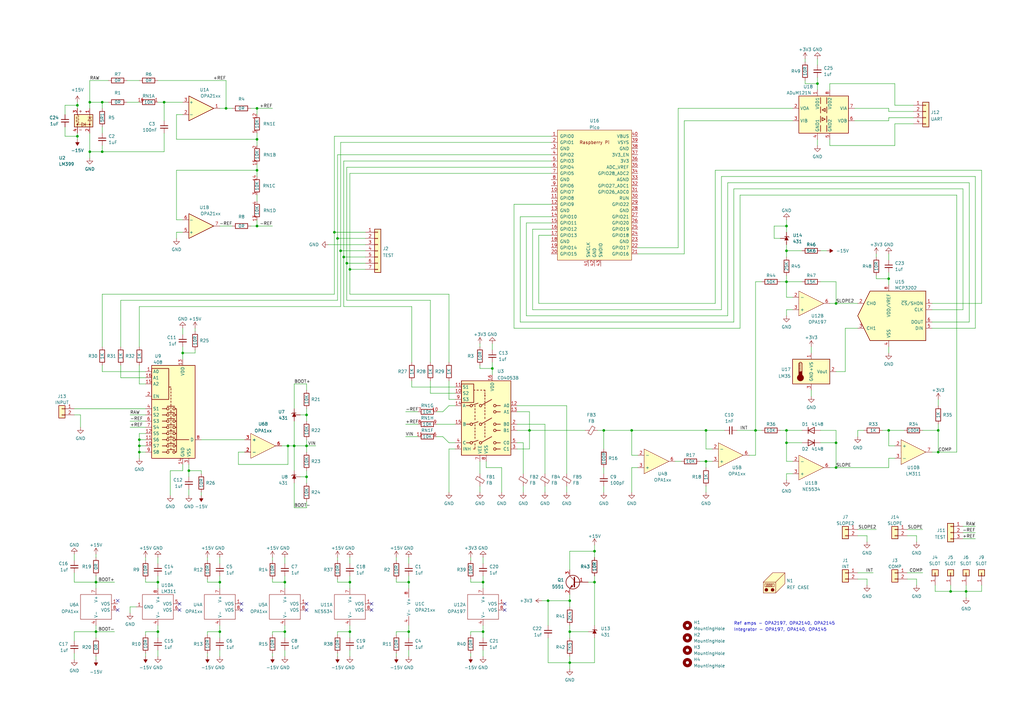
<source format=kicad_sch>
(kicad_sch (version 20211123) (generator eeschema)
  (paper "A3")
  (junction (at 389.89 242.57))
  (junction (at 77.47 193.04))
  (junction (at 201.93 151.13))
  (junction (at 217.17 176.53))
  (junction (at 289.56 189.23))
  (junction (at 125.73 195.58))
  (junction (at 309.88 176.53))
  (junction (at 57.15 182.88))
  (junction (at 41.91 41.91))
  (junction (at 140.97 105.41))
  (junction (at 243.84 238.76))
  (junction (at 116.84 259.08))
  (junction (at 31.75 43.18))
  (junction (at 41.91 62.23))
  (junction (at 39.37 259.08))
  (junction (at 39.37 238.76))
  (junction (at 364.49 176.53))
  (junction (at 143.51 259.08))
  (junction (at 233.68 246.38))
  (junction (at 259.08 176.53))
  (junction (at 90.17 259.08))
  (junction (at 116.84 238.76))
  (junction (at 233.68 271.78))
  (junction (at 57.15 185.42))
  (junction (at 120.65 182.88))
  (junction (at 167.64 259.08))
  (junction (at 143.51 238.76))
  (junction (at 322.58 176.53))
  (junction (at 139.7 102.87))
  (junction (at 90.17 238.76))
  (junction (at 64.77 238.76))
  (junction (at 105.41 57.15))
  (junction (at 224.79 246.38))
  (junction (at 118.11 182.88))
  (junction (at 105.41 69.85))
  (junction (at 322.58 181.61))
  (junction (at 198.12 238.76))
  (junction (at 247.65 176.53))
  (junction (at 105.41 92.71))
  (junction (at 384.81 176.53))
  (junction (at 67.31 41.91))
  (junction (at 167.64 238.76))
  (junction (at 92.71 44.45))
  (junction (at 138.43 97.79))
  (junction (at 57.15 180.34))
  (junction (at 322.58 102.87))
  (junction (at 342.9 124.46))
  (junction (at 384.81 185.42))
  (junction (at 335.28 34.29))
  (junction (at 322.58 115.57))
  (junction (at 64.77 259.08))
  (junction (at 31.75 55.88))
  (junction (at 289.56 176.53))
  (junction (at 105.41 44.45))
  (junction (at 36.83 62.23))
  (junction (at 364.49 114.3))
  (junction (at 137.16 95.25))
  (junction (at 396.24 242.57))
  (junction (at 243.84 226.06))
  (junction (at 74.93 144.78))
  (junction (at 36.83 41.91))
  (junction (at 342.9 191.77))
  (junction (at 125.73 182.88))
  (junction (at 125.73 170.18))
  (junction (at 143.51 110.49))
  (junction (at 322.58 92.71))
  (junction (at 142.24 107.95))
  (junction (at 233.68 259.08))
  (junction (at 198.12 259.08))
  (junction (at 342.9 181.61))
  (no_connect (at 99.06 247.65))
  (no_connect (at 73.66 247.65))
  (no_connect (at 48.26 250.19))
  (no_connect (at 125.73 250.19))
  (no_connect (at 207.01 247.65))
  (no_connect (at 73.66 250.19))
  (no_connect (at 152.4 247.65))
  (no_connect (at 125.73 247.65))
  (no_connect (at 99.06 250.19))
  (no_connect (at 48.26 246.38))
  (no_connect (at 152.4 250.19))
  (no_connect (at 207.01 250.19))
  (wire (pts (xy 302.26 176.53) (xy 309.88 176.53)))
  (wire (pts (xy 392.43 185.42) (xy 392.43 80.01)))
  (wire (pts (xy 100.33 185.42) (xy 97.79 185.42)))
  (wire (pts (xy 201.93 148.59) (xy 201.93 151.13)))
  (wire (pts (xy 342.9 191.77) (xy 342.9 181.61)))
  (wire (pts (xy 59.69 238.76) (xy 64.77 238.76)))
  (wire (pts (xy 125.73 170.18) (xy 125.73 172.72)))
  (wire (pts (xy 41.91 41.91) (xy 44.45 41.91)))
  (wire (pts (xy 224.79 271.78) (xy 233.68 271.78)))
  (wire (pts (xy 26.67 46.99) (xy 26.67 43.18)))
  (wire (pts (xy 233.68 226.06) (xy 243.84 226.06)))
  (wire (pts (xy 340.36 124.46) (xy 342.9 124.46)))
  (wire (pts (xy 261.62 101.6) (xy 278.13 101.6)))
  (wire (pts (xy 330.2 24.13) (xy 330.2 25.4)))
  (wire (pts (xy 364.49 104.14) (xy 364.49 106.68)))
  (wire (pts (xy 26.67 52.07) (xy 26.67 55.88)))
  (wire (pts (xy 49.53 149.86) (xy 49.53 154.94)))
  (wire (pts (xy 36.83 54.61) (xy 36.83 62.23)))
  (wire (pts (xy 142.24 107.95) (xy 149.86 107.95)))
  (wire (pts (xy 215.9 129.54) (xy 215.9 91.44)))
  (wire (pts (xy 53.34 251.46) (xy 53.34 248.92)))
  (wire (pts (xy 162.56 260.35) (xy 162.56 259.08)))
  (wire (pts (xy 162.56 238.76) (xy 167.64 238.76)))
  (wire (pts (xy 111.76 228.6) (xy 111.76 229.87)))
  (wire (pts (xy 102.87 92.71) (xy 105.41 92.71)))
  (wire (pts (xy 125.73 167.64) (xy 125.73 170.18)))
  (wire (pts (xy 143.51 110.49) (xy 149.86 110.49)))
  (wire (pts (xy 118.11 182.88) (xy 120.65 182.88)))
  (wire (pts (xy 116.84 236.22) (xy 116.84 238.76)))
  (wire (pts (xy 392.43 80.01) (xy 303.53 80.01)))
  (wire (pts (xy 212.09 168.91) (xy 217.17 168.91)))
  (wire (pts (xy 300.99 77.47) (xy 300.99 132.08)))
  (wire (pts (xy 123.19 195.58) (xy 125.73 195.58)))
  (wire (pts (xy 77.47 190.5) (xy 77.47 193.04)))
  (wire (pts (xy 64.77 33.02) (xy 92.71 33.02)))
  (wire (pts (xy 82.55 203.2) (xy 82.55 201.93)))
  (wire (pts (xy 125.73 193.04) (xy 125.73 195.58)))
  (wire (pts (xy 26.67 55.88) (xy 31.75 55.88)))
  (wire (pts (xy 67.31 41.91) (xy 67.31 49.53)))
  (wire (pts (xy 138.43 259.08) (xy 143.51 259.08)))
  (wire (pts (xy 90.17 92.71) (xy 95.25 92.71)))
  (wire (pts (xy 394.97 77.47) (xy 300.99 77.47)))
  (wire (pts (xy 176.53 156.21) (xy 176.53 161.29)))
  (wire (pts (xy 233.68 259.08) (xy 233.68 261.62)))
  (wire (pts (xy 205.74 191.77) (xy 199.39 191.77)))
  (wire (pts (xy 67.31 62.23) (xy 41.91 62.23)))
  (wire (pts (xy 289.56 176.53) (xy 289.56 184.15)))
  (wire (pts (xy 217.17 168.91) (xy 217.17 176.53)))
  (wire (pts (xy 36.83 41.91) (xy 41.91 41.91)))
  (wire (pts (xy 138.43 260.35) (xy 138.43 259.08)))
  (wire (pts (xy 120.65 182.88) (xy 120.65 193.04)))
  (wire (pts (xy 36.83 44.45) (xy 36.83 41.91)))
  (wire (pts (xy 364.49 44.45) (xy 364.49 45.72)))
  (wire (pts (xy 396.24 242.57) (xy 402.59 242.57)))
  (wire (pts (xy 367.03 187.96) (xy 364.49 187.96)))
  (wire (pts (xy 176.53 123.19) (xy 142.24 123.19)))
  (wire (pts (xy 143.51 228.6) (xy 143.51 231.14)))
  (wire (pts (xy 322.58 127) (xy 325.12 127)))
  (wire (pts (xy 320.04 97.79) (xy 317.5 97.79)))
  (wire (pts (xy 176.53 148.59) (xy 176.53 123.19)))
  (wire (pts (xy 143.51 259.08) (xy 143.51 261.62)))
  (wire (pts (xy 322.58 113.03) (xy 322.58 115.57)))
  (wire (pts (xy 49.53 142.24) (xy 49.53 123.19)))
  (wire (pts (xy 359.41 104.14) (xy 359.41 105.41)))
  (wire (pts (xy 167.64 228.6) (xy 167.64 231.14)))
  (wire (pts (xy 396.24 240.03) (xy 396.24 242.57)))
  (wire (pts (xy 382.27 124.46) (xy 402.59 124.46)))
  (wire (pts (xy 125.73 157.48) (xy 120.65 157.48)))
  (wire (pts (xy 57.15 180.34) (xy 59.69 180.34)))
  (wire (pts (xy 364.49 111.76) (xy 364.49 114.3)))
  (wire (pts (xy 118.11 190.5) (xy 118.11 182.88)))
  (wire (pts (xy 168.91 148.59) (xy 168.91 125.73)))
  (wire (pts (xy 167.64 236.22) (xy 167.64 238.76)))
  (wire (pts (xy 31.75 54.61) (xy 31.75 55.88)))
  (wire (pts (xy 85.09 237.49) (xy 85.09 238.76)))
  (wire (pts (xy 322.58 181.61) (xy 328.93 181.61)))
  (wire (pts (xy 220.98 124.46) (xy 220.98 96.52)))
  (wire (pts (xy 325.12 121.92) (xy 322.58 121.92)))
  (wire (pts (xy 259.08 186.69) (xy 261.62 186.69)))
  (wire (pts (xy 125.73 182.88) (xy 125.73 180.34)))
  (wire (pts (xy 243.84 256.54) (xy 243.84 238.76)))
  (wire (pts (xy 105.41 90.17) (xy 105.41 92.71)))
  (wire (pts (xy 336.55 102.87) (xy 339.09 102.87)))
  (wire (pts (xy 330.2 33.02) (xy 330.2 34.29)))
  (wire (pts (xy 49.53 123.19) (xy 138.43 123.19)))
  (wire (pts (xy 30.48 170.18) (xy 33.02 170.18)))
  (wire (pts (xy 57.15 33.02) (xy 52.07 33.02)))
  (wire (pts (xy 184.15 181.61) (xy 186.69 181.61)))
  (wire (pts (xy 179.07 168.91) (xy 181.61 168.91)))
  (wire (pts (xy 139.7 102.87) (xy 139.7 125.73)))
  (wire (pts (xy 359.41 114.3) (xy 364.49 114.3)))
  (wire (pts (xy 143.51 236.22) (xy 143.51 238.76)))
  (wire (pts (xy 30.48 238.76) (xy 39.37 238.76)))
  (wire (pts (xy 74.93 95.25) (xy 72.39 95.25)))
  (wire (pts (xy 212.09 176.53) (xy 217.17 176.53)))
  (wire (pts (xy 247.65 191.77) (xy 247.65 194.31)))
  (wire (pts (xy 367.03 50.8) (xy 367.03 59.69)))
  (wire (pts (xy 125.73 195.58) (xy 125.73 198.12)))
  (wire (pts (xy 384.81 185.42) (xy 382.27 185.42)))
  (wire (pts (xy 233.68 243.84) (xy 233.68 246.38)))
  (wire (pts (xy 97.79 190.5) (xy 118.11 190.5)))
  (wire (pts (xy 322.58 176.53) (xy 322.58 181.61)))
  (wire (pts (xy 298.45 129.54) (xy 215.9 129.54)))
  (wire (pts (xy 116.84 256.54) (xy 116.84 259.08)))
  (wire (pts (xy 280.67 104.14) (xy 261.62 104.14)))
  (wire (pts (xy 309.88 115.57) (xy 312.42 115.57)))
  (wire (pts (xy 355.6 237.49) (xy 351.79 237.49)))
  (wire (pts (xy 293.37 124.46) (xy 220.98 124.46)))
  (wire (pts (xy 367.03 43.18) (xy 374.65 43.18)))
  (wire (pts (xy 142.24 107.95) (xy 142.24 123.19)))
  (wire (pts (xy 223.52 194.31) (xy 223.52 173.99)))
  (wire (pts (xy 139.7 58.42) (xy 139.7 102.87)))
  (wire (pts (xy 322.58 189.23) (xy 322.58 181.61)))
  (wire (pts (xy 396.24 245.11) (xy 396.24 242.57)))
  (wire (pts (xy 397.51 74.93) (xy 298.45 74.93)))
  (wire (pts (xy 199.39 191.77) (xy 199.39 189.23)))
  (wire (pts (xy 205.74 201.93) (xy 205.74 191.77)))
  (wire (pts (xy 72.39 69.85) (xy 72.39 90.17)))
  (wire (pts (xy 105.41 57.15) (xy 105.41 59.69)))
  (wire (pts (xy 64.77 238.76) (xy 64.77 241.3)))
  (wire (pts (xy 57.15 185.42) (xy 57.15 187.96)))
  (wire (pts (xy 351.79 179.07) (xy 351.79 176.53)))
  (wire (pts (xy 220.98 96.52) (xy 226.06 96.52)))
  (wire (pts (xy 342.9 191.77) (xy 364.49 191.77)))
  (wire (pts (xy 247.65 199.39) (xy 247.65 201.93)))
  (wire (pts (xy 90.17 44.45) (xy 92.71 44.45)))
  (wire (pts (xy 59.69 185.42) (xy 57.15 185.42)))
  (wire (pts (xy 233.68 233.68) (xy 233.68 226.06)))
  (wire (pts (xy 85.09 269.24) (xy 85.09 267.97)))
  (wire (pts (xy 367.03 34.29) (xy 367.03 43.18)))
  (wire (pts (xy 374.65 48.26) (xy 364.49 48.26)))
  (wire (pts (xy 233.68 271.78) (xy 243.84 271.78)))
  (wire (pts (xy 384.81 163.83) (xy 384.81 166.37)))
  (wire (pts (xy 193.04 228.6) (xy 193.04 229.87)))
  (wire (pts (xy 328.93 102.87) (xy 322.58 102.87)))
  (wire (pts (xy 233.68 256.54) (xy 233.68 259.08)))
  (wire (pts (xy 351.79 134.62) (xy 346.71 134.62)))
  (wire (pts (xy 322.58 102.87) (xy 322.58 105.41)))
  (wire (pts (xy 143.51 71.12) (xy 143.51 110.49)))
  (wire (pts (xy 350.52 44.45) (xy 364.49 44.45)))
  (wire (pts (xy 278.13 101.6) (xy 278.13 44.45)))
  (wire (pts (xy 125.73 185.42) (xy 125.73 182.88)))
  (wire (pts (xy 166.37 168.91) (xy 171.45 168.91)))
  (wire (pts (xy 223.52 201.93) (xy 223.52 199.39)))
  (wire (pts (xy 52.07 41.91) (xy 57.15 41.91)))
  (wire (pts (xy 143.51 256.54) (xy 143.51 259.08)))
  (wire (pts (xy 322.58 92.71) (xy 322.58 95.25)))
  (wire (pts (xy 335.28 59.69) (xy 335.28 57.15)))
  (wire (pts (xy 64.77 228.6) (xy 64.77 231.14)))
  (wire (pts (xy 342.9 124.46) (xy 351.79 124.46)))
  (wire (pts (xy 312.42 176.53) (xy 309.88 176.53)))
  (wire (pts (xy 143.51 266.7) (xy 143.51 269.24)))
  (wire (pts (xy 309.88 186.69) (xy 307.34 186.69)))
  (wire (pts (xy 90.17 256.54) (xy 90.17 259.08)))
  (wire (pts (xy 322.58 194.31) (xy 325.12 194.31)))
  (wire (pts (xy 355.6 222.25) (xy 355.6 219.71)))
  (wire (pts (xy 90.17 259.08) (xy 90.17 261.62)))
  (wire (pts (xy 293.37 69.85) (xy 293.37 124.46)))
  (wire (pts (xy 245.11 176.53) (xy 247.65 176.53)))
  (wire (pts (xy 138.43 237.49) (xy 138.43 238.76)))
  (wire (pts (xy 198.12 256.54) (xy 198.12 259.08)))
  (wire (pts (xy 168.91 125.73) (xy 140.97 125.73)))
  (wire (pts (xy 138.43 63.5) (xy 226.06 63.5)))
  (wire (pts (xy 138.43 238.76) (xy 143.51 238.76)))
  (wire (pts (xy 384.81 176.53) (xy 384.81 185.42)))
  (wire (pts (xy 80.01 143.51) (xy 80.01 144.78)))
  (wire (pts (xy 196.85 151.13) (xy 201.93 151.13)))
  (wire (pts (xy 41.91 41.91) (xy 41.91 44.45)))
  (wire (pts (xy 33.02 170.18) (xy 33.02 175.26)))
  (wire (pts (xy 74.93 144.78) (xy 74.93 147.32)))
  (wire (pts (xy 201.93 140.97) (xy 201.93 143.51)))
  (wire (pts (xy 85.09 228.6) (xy 85.09 229.87)))
  (wire (pts (xy 105.41 69.85) (xy 105.41 72.39)))
  (wire (pts (xy 85.09 259.08) (xy 90.17 259.08)))
  (wire (pts (xy 31.75 43.18) (xy 31.75 44.45)))
  (wire (pts (xy 309.88 176.53) (xy 309.88 115.57)))
  (wire (pts (xy 226.06 66.04) (xy 140.97 66.04)))
  (wire (pts (xy 105.41 67.31) (xy 105.41 69.85)))
  (wire (pts (xy 72.39 95.25) (xy 72.39 97.79)))
  (wire (pts (xy 325.12 189.23) (xy 322.58 189.23)))
  (wire (pts (xy 298.45 74.93) (xy 298.45 129.54)))
  (wire (pts (xy 320.04 115.57) (xy 322.58 115.57)))
  (wire (pts (xy 196.85 199.39) (xy 196.85 201.93)))
  (wire (pts (xy 364.49 142.24) (xy 364.49 144.78)))
  (wire (pts (xy 212.09 184.15) (xy 217.17 184.15)))
  (wire (pts (xy 372.11 234.95) (xy 378.46 234.95)))
  (wire (pts (xy 181.61 179.07) (xy 184.15 181.61)))
  (wire (pts (xy 82.55 193.04) (xy 77.47 193.04)))
  (wire (pts (xy 289.56 191.77) (xy 289.56 189.23)))
  (wire (pts (xy 59.69 237.49) (xy 59.69 238.76)))
  (wire (pts (xy 184.15 120.65) (xy 143.51 120.65)))
  (wire (pts (xy 243.84 226.06) (xy 243.84 228.6)))
  (wire (pts (xy 328.93 176.53) (xy 322.58 176.53)))
  (wire (pts (xy 77.47 200.66) (xy 77.47 203.2)))
  (wire (pts (xy 138.43 269.24) (xy 138.43 267.97)))
  (wire (pts (xy 364.49 187.96) (xy 364.49 191.77)))
  (wire (pts (xy 134.62 100.33) (xy 149.86 100.33)))
  (wire (pts (xy 39.37 227.33) (xy 39.37 228.6)))
  (wire (pts (xy 243.84 261.62) (xy 243.84 271.78)))
  (wire (pts (xy 198.12 266.7) (xy 198.12 269.24)))
  (wire (pts (xy 335.28 34.29) (xy 335.28 36.83)))
  (wire (pts (xy 105.41 80.01) (xy 105.41 82.55)))
  (wire (pts (xy 351.79 217.17) (xy 359.41 217.17)))
  (wire (pts (xy 184.15 184.15) (xy 186.69 184.15)))
  (wire (pts (xy 57.15 125.73) (xy 139.7 125.73)))
  (wire (pts (xy 105.41 44.45) (xy 105.41 46.99)))
  (wire (pts (xy 162.56 228.6) (xy 162.56 229.87)))
  (wire (pts (xy 67.31 41.91) (xy 74.93 41.91)))
  (wire (pts (xy 143.51 238.76) (xy 143.51 241.3)))
  (wire (pts (xy 212.09 166.37) (xy 232.41 166.37)))
  (wire (pts (xy 402.59 240.03) (xy 402.59 242.57)))
  (wire (pts (xy 39.37 236.22) (xy 39.37 238.76)))
  (wire (pts (xy 120.65 157.48) (xy 120.65 167.64)))
  (wire (pts (xy 351.79 176.53) (xy 354.33 176.53)))
  (wire (pts (xy 332.74 142.24) (xy 332.74 144.78)))
  (wire (pts (xy 397.51 132.08) (xy 397.51 74.93)))
  (wire (pts (xy 138.43 97.79) (xy 138.43 123.19)))
  (wire (pts (xy 322.58 115.57) (xy 328.93 115.57)))
  (wire (pts (xy 213.36 132.08) (xy 213.36 88.9)))
  (wire (pts (xy 402.59 69.85) (xy 293.37 69.85)))
  (wire (pts (xy 355.6 240.03) (xy 355.6 237.49)))
  (wire (pts (xy 325.12 49.53) (xy 280.67 49.53)))
  (wire (pts (xy 382.27 127) (xy 394.97 127)))
  (wire (pts (xy 77.47 193.04) (xy 77.47 195.58)))
  (wire (pts (xy 289.56 189.23) (xy 292.1 189.23)))
  (wire (pts (xy 193.04 237.49) (xy 193.04 238.76)))
  (wire (pts (xy 137.16 55.88) (xy 137.16 95.25)))
  (wire (pts (xy 217.17 184.15) (xy 217.17 176.53)))
  (wire (pts (xy 355.6 219.71) (xy 351.79 219.71)))
  (wire (pts (xy 375.92 219.71) (xy 372.11 219.71)))
  (wire (pts (xy 364.49 182.88) (xy 364.49 176.53)))
  (wire (pts (xy 342.9 124.46) (xy 342.9 115.57)))
  (wire (pts (xy 201.93 151.13) (xy 201.93 153.67)))
  (wire (pts (xy 384.81 185.42) (xy 392.43 185.42)))
  (wire (pts (xy 193.04 260.35) (xy 193.04 259.08)))
  (wire (pts (xy 196.85 149.86) (xy 196.85 151.13)))
  (wire (pts (xy 140.97 105.41) (xy 149.86 105.41)))
  (wire (pts (xy 41.91 142.24) (xy 41.91 120.65)))
  (wire (pts (xy 336.55 176.53) (xy 342.9 176.53)))
  (wire (pts (xy 69.85 193.04) (xy 74.93 193.04)))
  (wire (pts (xy 30.48 234.95) (xy 30.48 238.76)))
  (wire (pts (xy 233.68 259.08) (xy 241.3 259.08)))
  (wire (pts (xy 335.28 31.75) (xy 335.28 34.29)))
  (wire (pts (xy 400.05 215.9) (xy 394.97 215.9)))
  (wire (pts (xy 105.41 69.85) (xy 72.39 69.85)))
  (wire (pts (xy 162.56 259.08) (xy 167.64 259.08)))
  (wire (pts (xy 36.83 62.23) (xy 41.91 62.23)))
  (wire (pts (xy 332.74 162.56) (xy 332.74 160.02)))
  (wire (pts (xy 30.48 259.08) (xy 39.37 259.08)))
  (wire (pts (xy 309.88 176.53) (xy 309.88 186.69)))
  (wire (pts (xy 259.08 191.77) (xy 261.62 191.77)))
  (wire (pts (xy 82.55 180.34) (xy 100.33 180.34)))
  (wire (pts (xy 30.48 167.64) (xy 59.69 167.64)))
  (wire (pts (xy 105.41 44.45) (xy 111.76 44.45)))
  (wire (pts (xy 167.64 256.54) (xy 167.64 259.08)))
  (wire (pts (xy 375.92 237.49) (xy 372.11 237.49)))
  (wire (pts (xy 31.75 41.91) (xy 31.75 43.18)))
  (wire (pts (xy 383.54 242.57) (xy 389.89 242.57)))
  (wire (pts (xy 90.17 238.76) (xy 90.17 241.3)))
  (wire (pts (xy 346.71 134.62) (xy 346.71 152.4)))
  (wire (pts (xy 64.77 41.91) (xy 67.31 41.91)))
  (wire (pts (xy 39.37 238.76) (xy 39.37 241.3)))
  (wire (pts (xy 210.82 83.82) (xy 226.06 83.82)))
  (wire (pts (xy 176.53 161.29) (xy 186.69 161.29)))
  (wire (pts (xy 125.73 208.28) (xy 125.73 205.74)))
  (wire (pts (xy 90.17 236.22) (xy 90.17 238.76)))
  (wire (pts (xy 317.5 92.71) (xy 322.58 92.71)))
  (wire (pts (xy 243.84 223.52) (xy 243.84 226.06)))
  (wire (pts (xy 139.7 102.87) (xy 149.86 102.87)))
  (wire (pts (xy 320.04 176.53) (xy 322.58 176.53)))
  (wire (pts (xy 137.16 95.25) (xy 137.16 120.65)))
  (wire (pts (xy 142.24 68.58) (xy 142.24 107.95)))
  (wire (pts (xy 162.56 269.24) (xy 162.56 267.97)))
  (wire (pts (xy 184.15 166.37) (xy 181.61 168.91)))
  (wire (pts (xy 36.83 33.02) (xy 36.83 41.91)))
  (wire (pts (xy 57.15 149.86) (xy 57.15 157.48)))
  (wire (pts (xy 300.99 132.08) (xy 213.36 132.08)))
  (wire (pts (xy 143.51 110.49) (xy 143.51 120.65)))
  (wire (pts (xy 232.41 201.93) (xy 232.41 199.39)))
  (wire (pts (xy 364.49 114.3) (xy 364.49 116.84)))
  (wire (pts (xy 367.03 59.69) (xy 340.36 59.69)))
  (wire (pts (xy 322.58 100.33) (xy 322.58 102.87)))
  (wire (pts (xy 382.27 132.08) (xy 397.51 132.08)))
  (wire (pts (xy 375.92 222.25) (xy 375.92 219.71)))
  (wire (pts (xy 214.63 199.39) (xy 214.63 201.93)))
  (wire (pts (xy 41.91 52.07) (xy 41.91 54.61)))
  (wire (pts (xy 59.69 269.24) (xy 59.69 267.97)))
  (wire (pts (xy 41.91 152.4) (xy 59.69 152.4)))
  (wire (pts (xy 317.5 97.79) (xy 317.5 92.71)))
  (wire (pts (xy 111.76 237.49) (xy 111.76 238.76)))
  (wire (pts (xy 162.56 237.49) (xy 162.56 238.76)))
  (wire (pts (xy 64.77 259.08) (xy 64.77 261.62)))
  (wire (pts (xy 374.65 50.8) (xy 367.03 50.8)))
  (wire (pts (xy 138.43 63.5) (xy 138.43 97.79)))
  (wire (pts (xy 72.39 57.15) (xy 105.41 57.15)))
  (wire (pts (xy 280.67 49.53) (xy 280.67 104.14)))
  (wire (pts (xy 212.09 173.99) (xy 223.52 173.99)))
  (wire (pts (xy 295.91 127) (xy 295.91 72.39)))
  (wire (pts (xy 233.68 269.24) (xy 233.68 271.78)))
  (wire (pts (xy 346.71 152.4) (xy 342.9 152.4)))
  (wire (pts (xy 402.59 124.46) (xy 402.59 69.85)))
  (wire (pts (xy 224.79 261.62) (xy 224.79 271.78)))
  (wire (pts (xy 289.56 176.53) (xy 259.08 176.53)))
  (wire (pts (xy 125.73 160.02) (xy 125.73 157.48)))
  (wire (pts (xy 74.93 46.99) (xy 72.39 46.99)))
  (wire (pts (xy 224.79 246.38) (xy 233.68 246.38)))
  (wire (pts (xy 41.91 59.69) (xy 41.91 62.23)))
  (wire (pts (xy 39.37 238.76) (xy 46.99 238.76)))
  (wire (pts (xy 116.84 228.6) (xy 116.84 231.14)))
  (wire (pts (xy 120.65 208.28) (xy 125.73 208.28)))
  (wire (pts (xy 359.41 113.03) (xy 359.41 114.3)))
  (wire (pts (xy 400.05 220.98) (xy 394.97 220.98)))
  (wire (pts (xy 322.58 129.54) (xy 322.58 127)))
  (wire (pts (xy 167.64 259.08) (xy 167.64 261.62)))
  (wire (pts (xy 74.93 134.62) (xy 74.93 137.16)))
  (wire (pts (xy 69.85 203.2) (xy 69.85 193.04)))
  (wire (pts (xy 116.84 266.7) (xy 116.84 269.24)))
  (wire (pts (xy 111.76 260.35) (xy 111.76 259.08)))
  (wire (pts (xy 367.03 182.88) (xy 364.49 182.88)))
  (wire (pts (xy 289.56 201.93) (xy 289.56 199.39)))
  (wire (pts (xy 111.76 238.76) (xy 116.84 238.76)))
  (wire (pts (xy 278.13 44.45) (xy 325.12 44.45)))
  (wire (pts (xy 322.58 196.85) (xy 322.58 194.31)))
  (wire (pts (xy 184.15 166.37) (xy 186.69 166.37)))
  (wire (pts (xy 213.36 88.9) (xy 226.06 88.9)))
  (wire (pts (xy 335.28 24.13) (xy 335.28 26.67)))
  (wire (pts (xy 171.45 173.99) (xy 166.37 173.99)))
  (wire (pts (xy 389.89 242.57) (xy 396.24 242.57)))
  (wire (pts (xy 198.12 236.22) (xy 198.12 238.76)))
  (wire (pts (xy 196.85 140.97) (xy 196.85 142.24)))
  (wire (pts (xy 351.79 234.95) (xy 358.14 234.95)))
  (wire (pts (xy 378.46 176.53) (xy 384.81 176.53)))
  (wire (pts (xy 167.64 238.76) (xy 167.64 241.3)))
  (wire (pts (xy 340.36 34.29) (xy 367.03 34.29)))
  (wire (pts (xy 64.77 256.54) (xy 64.77 259.08)))
  (wire (pts (xy 342.9 176.53) (xy 342.9 181.61)))
  (wire (pts (xy 330.2 34.29) (xy 335.28 34.29)))
  (wire (pts (xy 59.69 228.6) (xy 59.69 229.87)))
  (wire (pts (xy 297.18 176.53) (xy 289.56 176.53)))
  (wire (pts (xy 179.07 173.99) (xy 186.69 173.99)))
  (wire (pts (xy 90.17 266.7) (xy 90.17 269.24)))
  (wire (pts (xy 179.07 179.07) (xy 181.61 179.07)))
  (wire (pts (xy 322.58 90.17) (xy 322.58 92.71)))
  (wire (pts (xy 168.91 156.21) (xy 168.91 158.75)))
  (wire (pts (xy 138.43 97.79) (xy 149.86 97.79)))
  (wire (pts (xy 44.45 33.02) (xy 36.83 33.02)))
  (wire (pts (xy 111.76 269.24) (xy 111.76 267.97)))
  (wire (pts (xy 57.15 182.88) (xy 57.15 185.42)))
  (wire (pts (xy 361.95 176.53) (xy 364.49 176.53)))
  (wire (pts (xy 57.15 157.48) (xy 59.69 157.48)))
  (wire (pts (xy 57.15 180.34) (xy 57.15 182.88)))
  (wire (pts (xy 57.15 142.24) (xy 57.15 125.73)))
  (wire (pts (xy 224.79 256.54) (xy 224.79 246.38)))
  (wire (pts (xy 184.15 156.21) (xy 184.15 163.83)))
  (wire (pts (xy 364.49 176.53) (xy 370.84 176.53)))
  (wire (pts (xy 53.34 175.26) (xy 59.69 175.26)))
  (wire (pts (xy 53.34 248.92) (xy 55.88 248.92)))
  (wire (pts (xy 226.06 55.88) (xy 137.16 55.88)))
  (wire (pts (xy 342.9 115.57) (xy 336.55 115.57)))
  (wire (pts (xy 111.76 259.08) (xy 116.84 259.08)))
  (wire (pts (xy 340.36 59.69) (xy 340.36 57.15)))
  (wire (pts (xy 168.91 158.75) (xy 186.69 158.75)))
  (wire (pts (xy 372.11 217.17) (xy 378.46 217.17)))
  (wire (pts (xy 59.69 259.08) (xy 64.77 259.08)))
  (wire (pts (xy 276.86 189.23) (xy 279.4 189.23)))
  (wire (pts (xy 247.65 176.53) (xy 259.08 176.53)))
  (wire (pts (xy 193.04 259.08) (xy 198.12 259.08)))
  (wire (pts (xy 30.48 227.33) (xy 30.48 229.87)))
  (wire (pts (xy 400.05 72.39) (xy 400.05 134.62)))
  (wire (pts (xy 166.37 179.07) (xy 171.45 179.07)))
  (wire (pts (xy 97.79 185.42) (xy 97.79 190.5)))
  (wire (pts (xy 383.54 240.03) (xy 383.54 242.57)))
  (wire (pts (xy 39.37 256.54) (xy 39.37 259.08)))
  (wire (pts (xy 215.9 91.44) (xy 226.06 91.44)))
  (wire (pts (xy 59.69 182.88) (xy 57.15 182.88)))
  (wire (pts (xy 39.37 259.08) (xy 46.99 259.08)))
  (wire (pts (xy 123.19 170.18) (xy 125.73 170.18)))
  (wire (pts (xy 102.87 44.45) (xy 105.41 44.45)))
  (wire (pts (xy 64.77 266.7) (xy 64.77 269.24)))
  (wire (pts (xy 140.97 66.04) (xy 140.97 105.41)))
  (wire (pts (xy 340.36 191.77) (xy 342.9 191.77)))
  (wire (pts (xy 350.52 49.53) (xy 364.49 49.53)))
  (wire (pts (xy 226.06 68.58) (xy 142.24 68.58)))
  (wire (pts (xy 116.84 259.08) (xy 116.84 261.62)))
  (wire (pts (xy 149.86 95.25) (xy 137.16 95.25)))
  (wire (pts (xy 85.09 238.76) (xy 90.17 238.76)))
  (wire (pts (xy 59.69 177.8) (xy 57.15 177.8)))
  (wire (pts (xy 364.49 45.72) (xy 374.65 45.72)))
  (wire (pts (xy 247.65 176.53) (xy 247.65 184.15)))
  (wire (pts (xy 85.09 260.35) (xy 85.09 259.08)))
  (wire (pts (xy 92.71 33.02) (xy 92.71 44.45)))
  (wire (pts (xy 120.65 198.12) (xy 120.65 208.28)))
  (wire (pts (xy 214.63 181.61) (xy 212.09 181.61)))
  (wire (pts (xy 322.58 115.57) (xy 322.58 121.92)))
  (wire (pts (xy 184.15 201.93) (xy 184.15 184.15)))
  (wire (pts (xy 196.85 189.23) (xy 196.85 194.31)))
  (wire (pts (xy 72.39 90.17) (xy 74.93 90.17)))
  (wire (pts (xy 218.44 93.98) (xy 218.44 127)))
  (wire (pts (xy 193.04 269.24) (xy 193.04 267.97)))
  (wire (pts (xy 287.02 189.23) (xy 289.56 189.23)))
  (wire (pts (xy 26.67 43.18) (xy 31.75 43.18)))
  (wire (pts (xy 340.36 36.83) (xy 340.36 34.29)))
  (wire (pts (xy 233.68 246.38) (xy 233.68 248.92)))
  (wire (pts (xy 72.39 46.99) (xy 72.39 57.15)))
  (wire (pts (xy 210.82 134.62) (xy 210.82 83.82)))
  (wire (pts (xy 184.15 163.83) (xy 186.69 163.83)))
  (wire (pts (xy 49.53 154.94) (xy 59.69 154.94)))
  (wire (pts (xy 115.57 182.88) (xy 118.11 182.88)))
  (wire (pts (xy 105.41 54.61) (xy 105.41 57.15)))
  (wire (pts (xy 400.05 134.62) (xy 382.27 134.62)))
  (wire (pts (xy 53.34 170.18) (xy 59.69 170.18)))
  (wire (pts (xy 295.91 72.39) (xy 400.05 72.39)))
  (wire (pts (xy 36.83 62.23) (xy 36.83 64.77)))
  (wire (pts (xy 364.49 48.26) (xy 364.49 49.53)))
  (wire (pts (xy 303.53 134.62) (xy 210.82 134.62)))
  (wire (pts (xy 193.04 238.76) (xy 198.12 238.76)))
  (wire (pts (xy 233.68 271.78) (xy 233.68 274.32)))
  (wire (pts (xy 394.97 127) (xy 394.97 77.47)))
  (wire (pts (xy 30.48 262.89) (xy 30.48 259.08)))
  (wire (pts (xy 92.71 44.45) (xy 95.25 44.45)))
  (wire (pts (xy 140.97 105.41) (xy 140.97 125.73)))
  (wire (pts (xy 218.44 127) (xy 295.91 127)))
  (wire (pts (xy 198.12 238.76) (xy 198.12 241.3)))
  (wire (pts (xy 384.81 173.99) (xy 384.81 176.53)))
  (wire (pts (xy 125.73 182.88) (xy 129.54 182.88)))
  (wire (pts (xy 120.65 172.72) (xy 120.65 182.88)))
  (wire (pts (xy 342.9 181.61) (xy 336.55 181.61)))
  (wire (pts (xy 39.37 259.08) (xy 39.37 261.62)))
  (wire (pts (xy 400.05 218.44) (xy 394.97 218.44)))
  (wire (pts (xy 184.15 148.59) (xy 184.15 120.65)))
  (wire (pts (xy 90.17 228.6) (xy 90.17 231.14)))
  (wire (pts (xy 222.25 246.38) (xy 224.79 246.38)))
  (wire (pts (xy 226.06 58.42) (xy 139.7 58.42)))
  (wire (pts (xy 226.06 71.12) (xy 143.51 71.12)))
  (wire (pts (xy 167.64 266.7) (xy 167.64 269.24)))
  (wire (pts (xy 217.17 176.53) (xy 240.03 176.53)))
  (wire (pts (xy 30.48 267.97) (xy 30.48 270.51)))
  (wire (pts (xy 57.15 177.8) (xy 57.15 180.34)))
  (wire (pts (xy 31.75 55.88) (xy 31.75 57.15)))
  (wire (pts (xy 67.31 54.61) (xy 67.31 62.23)))
  (wire (pts (xy 243.84 238.76) (xy 241.3 238.76)))
  (wire (pts (xy 226.06 93.98) (xy 218.44 93.98)))
  (wire (pts (xy 53.34 172.72) (xy 59.69 172.72)))
  (wire (pts (xy 41.91 120.65) (xy 137.16 120.65)))
  (wire (pts (xy 214.63 181.61) (xy 214.63 194.31)))
  (wire (pts (xy 198.12 259.08) (xy 198.12 261.62)))
  (wire (pts (xy 375.92 240.03) (xy 375.92 237.49)))
  (wire (pts (xy 74.93 193.04) (xy 74.93 190.5)))
  (wire (pts (xy 64.77 236.22) (xy 64.77 238.76)))
  (wire (pts (xy 39.37 270.51) (xy 39.37 269.24)))
  (wire (pts (xy 105.41 92.71) (xy 111.76 92.71)))
  (wire (pts (xy 259.08 201.93) (xy 259.08 191.77)))
  (wire (pts (xy 303.53 80.01) (xy 303.53 134.62)))
  (wire (pts (xy 292.1 184.15) (xy 289.56 184.15)))
  (wire (pts (xy 125.73 182.88) (xy 120.65 182.88)))
  (wire (pts (xy 232.41 194.31) (xy 232.41 166.37)))
  (wire (pts (xy 243.84 236.22) (xy 243.84 238.76)))
  (wire (pts (xy 41.91 149.86) (xy 41.91 152.4)))
  (wire (pts (xy 74.93 142.24) (xy 74.93 144.78)))
  (wire (pts (xy 59.69 260.35) (xy 59.69 259.08)))
  (wire (pts (xy 80.01 144.78) (xy 74.93 144.78)))
  (wire (pts (xy 116.84 238.76) (xy 116.84 241.3)))
  (wire (pts (xy 259.08 176.53) (xy 259.08 186.69)))
  (wire (pts (xy 198.12 228.6) (xy 198.12 231.14)))
  (wire (pts (xy 82.55 194.31) (xy 82.55 193.04)))
  (wire (pts (xy 389.89 240.03) (xy 389.89 242.57)))
  (wire (pts (xy 80.01 134.62) (xy 80.01 135.89)))
  (wire (pts (xy 138.43 228.6) (xy 138.43 229.87)))
  (text "Ref amps - OPA2197, OPA2140, OPA2145" (at 300.99 256.54 0) (effects (font (size 1.27 1.27)) (justify left bottom)))
  (text "Integrator - OPA197, OPA140, OPA145" (at 300.99 259.08 0) (effects (font (size 1.27 1.27)) (justify left bottom)))
  (label "BOOT+" (at 46.99 238.76 180))
  (label "SLOPE" (at 378.46 217.17 180))
  (label "-REF" (at 400.05 218.44 180))
  (label "+REF" (at 92.71 33.02 180))
  (label "COMP" (at 384.81 185.42 0))
  (label "INT" (at 303.53 176.53 0))
  (label "+REF" (at 111.76 44.45 180))
  (label "-REF" (at 53.34 172.72 0))
  (label "SLOPE2" (at 359.41 217.17 180))
  (label "RAW" (at 36.83 33.02 0))
  (label "+REF" (at 400.05 220.98 180))
  (label "+REF" (at 53.34 175.26 0))
  (label "RAW" (at 400.05 215.9 180))
  (label "BOOT-" (at 46.99 259.08 180))
  (label "RAW" (at 53.34 170.18 0))
  (label "-REF" (at 166.37 168.91 0))
  (label "VIN" (at 166.37 179.07 0))
  (label "BOOT+" (at 120.65 157.48 0))
  (label "COMP" (at 378.46 234.95 180))
  (label "-REF" (at 95.25 92.71 180))
  (label "INT" (at 358.14 234.95 180))
  (label "-REF" (at 111.76 92.71 180))
  (label "SLOPE2" (at 342.9 124.46 0))
  (label "SLOPE" (at 342.9 191.77 0))
  (label "+REF" (at 166.37 173.99 0))
  (label "VIN" (at 129.54 182.88 180))
  (label "BOOT-" (at 120.65 208.28 0))
  (symbol (lib_id "power:+3.3V") (at 332.74 142.24 0) (unit 1)
    (property "Reference" "#PWR0109" (effects hide))
    (property "Value" "+3.3V" (at 332.74 138.43 0))
  )
  (symbol (lib_id "power:GND") (at 72.39 97.79 0) (unit 1)
    (property "Reference" "#PWR05" (effects hide))
    (property "Value" "GND" (at 72.39 102.3525 0))
  )
  (symbol (lib_id "power:GND") (at 90.17 269.24 0) (unit 1)
    (property "Reference" "#PWR019" (effects hide))
    (property "Value" "GND" (at 90.17 273.8025 0))
  )
  (symbol (lib_id "power:+15V") (at 138.43 228.6 0) (unit 1)
    (property "Reference" "#PWR037" (effects hide))
    (property "Value" "+15V" (at 138.43 224.79 0))
  )
  (symbol (lib_id "Connector_Generic:Conn_01x02") (at 25.4 167.64 0) (mirror y) (unit 1)
    (property "Reference" "J13" (at 25.4 162.56 0))
    (property "Value" "INPUT" (at 25.4 165.1 0))
    (property "Footprint" "Connector_PinHeader_2.54mm:PinHeader_1x02_P2.54mm_Vertical" (effects hide))
  )
  (symbol (lib_id "Device:C_Small") (at 64.77 233.68 0) (unit 1)
    (property "Reference" "C14" (at 67.31 232.41 0) (effects (justify left)))
    (property "Value" "1uf" (at 67.31 234.95 0) (effects (justify left)))
    (property "Footprint" "Resistor_SMD:R_0603_1608Metric" (effects hide))
  )
  (symbol (lib_id "Device:R") (at 359.41 109.22 180) (unit 1)
    (property "Reference" "R48" (at 355.6 109.22 0))
    (property "Value" "10R" (at 359.41 109.22 90))
    (property "Footprint" "Resistor_SMD:R_0603_1608Metric" (effects hide))
  )
  (symbol (lib_id "Device:FerriteBead_Small") (at 196.85 196.85 0) (unit 1)
    (property "Reference" "FB1" (at 199.39 195.58 0) (effects (justify left)))
    (property "Value" "FB" (at 199.39 198.12 0) (effects (justify left)))
    (property "Footprint" "Resistor_SMD:R_0603_1608Metric" (effects hide))
  )
  (symbol (lib_id "power:-15V") (at 162.56 269.24 180) (unit 1)
    (property "Reference" "#PWR09" (effects hide))
    (property "Value" "-15V" (at 162.56 273.8025 0))
  )
  (symbol (lib_id "Device:R_Pack08_Split") (at 175.26 179.07 90) (unit 6)
    (property "Reference" "RN1" (at 175.26 176.53 90))
    (property "Value" "10K" (at 175.26 179.07 90))
    (property "Footprint" "Package_SO:SOIC-16_3.9x9.9mm_P1.27mm" (effects hide))
  )
  (symbol (lib_id "power:GND") (at 74.93 134.62 0) (mirror x) (unit 1)
    (property "Reference" "#PWR027" (effects hide))
    (property "Value" "GND" (at 74.93 130.81 0))
  )
  (symbol (lib_id "power:GND") (at 30.48 270.51 0) (unit 1)
    (property "Reference" "#PWR035" (effects hide))
    (property "Value" "GND" (at 30.48 275.0725 0))
  )
  (symbol (lib_id "Connector_Generic:Conn_01x02") (at 346.71 234.95 0) (mirror y) (unit 1)
    (property "Reference" "J1" (at 346.71 229.87 0))
    (property "Value" "INT" (at 346.71 232.41 0))
    (property "Footprint" "Connector_PinHeader_2.54mm:PinHeader_1x02_P2.54mm_Vertical" (effects hide))
  )
  (symbol (lib_id "Device:C_Small") (at 335.28 29.21 0) (unit 1)
    (property "Reference" "C25" (at 337.82 27.94 0) (effects (justify left)))
    (property "Value" "1uf" (at 337.82 30.48 0) (effects (justify left)))
    (property "Footprint" "Resistor_SMD:R_0603_1608Metric" (effects hide))
  )
  (symbol (lib_id "power:GND") (at 167.64 269.24 0) (unit 1)
    (property "Reference" "#PWR011" (effects hide))
    (property "Value" "GND" (at 167.64 273.8025 0))
  )
  (symbol (lib_id "power:GND") (at 77.47 203.2 0) (mirror y) (unit 1)
    (property "Reference" "#PWR028" (effects hide))
    (property "Value" "GND" (at 77.47 207.7625 0))
  )
  (symbol (lib_id "power:GND") (at 322.58 90.17 180) (unit 1)
    (property "Reference" "#PWR049" (effects hide))
    (property "Value" "GND" (at 322.58 86.36 0))
  )
  (symbol (lib_id "Reference_Voltage:TL431DBZ") (at 120.65 195.58 270) (mirror x) (unit 1)
    (property "Reference" "U8" (at 118.11 195.58 90) (effects (justify right)))
    (property "Value" "431" (at 118.11 198.12 90) (effects (justify right)))
    (property "Footprint" "Package_TO_SOT_SMD:SOT-23" (effects hide))
    (property "Datasheet" "http://www.ti.com/lit/ds/symlink/tl431.pdf" (effects hide))
  )
  (symbol (lib_id "Connector_Generic:Conn_01x02") (at 367.03 217.17 0) (mirror y) (unit 1)
    (property "Reference" "J14" (at 367.03 212.09 0))
    (property "Value" "SLOPE" (at 367.03 214.63 0))
    (property "Footprint" "Connector_PinHeader_2.54mm:PinHeader_1x02_P2.54mm_Vertical" (effects hide))
  )
  (symbol (lib_id "power:GND") (at 134.62 100.33 270) (unit 1)
    (property "Reference" "#PWR056" (effects hide))
    (property "Value" "GND" (at 130.81 100.33 90) (effects (justify right)))
  )
  (symbol (lib_id "Device:C_Small") (at 143.51 233.68 0) (unit 1)
    (property "Reference" "C18" (at 146.05 232.41 0) (effects (justify left)))
    (property "Value" "1uf" (at 146.05 234.95 0) (effects (justify left)))
    (property "Footprint" "Resistor_SMD:R_0603_1608Metric" (effects hide))
  )
  (symbol (lib_id "power:GND") (at 351.79 179.07 0) (unit 1)
    (property "Reference" "#PWR06" (effects hide))
    (property "Value" "GND" (at 351.79 183.6325 0))
  )
  (symbol (lib_id "power:GND") (at 53.34 251.46 0) (unit 1)
    (property "Reference" "#PWR0106" (effects hide))
    (property "Value" "GND" (at 53.34 256.0225 0))
  )
  (symbol (lib_id "Device:R") (at 193.04 233.68 180) (unit 1)
    (property "Reference" "R39" (at 189.23 233.68 0))
    (property "Value" "10R" (at 193.04 233.68 90))
    (property "Footprint" "Resistor_SMD:R_0603_1608Metric" (effects hide))
  )
  (symbol (lib_id "Device:C_Small") (at 201.93 146.05 0) (unit 1)
    (property "Reference" "C13" (at 204.47 144.78 0) (effects (justify left)))
    (property "Value" "1uf" (at 204.47 147.32 0) (effects (justify left)))
    (property "Footprint" "Resistor_SMD:R_0603_1608Metric" (effects hide))
  )
  (symbol (lib_id "Device:C_Small") (at 167.64 264.16 0) (unit 1)
    (property "Reference" "C4" (at 170.18 262.89 0) (effects (justify left)))
    (property "Value" "1uf" (at 170.18 265.43 0) (effects (justify left)))
    (property "Footprint" "Resistor_SMD:R_0603_1608Metric" (effects hide))
  )
  (symbol (lib_id "Better Op-Amp:Better_Op-Amp") (at 39.37 248.92 0) (unit 1)
    (property "Reference" "U6" (at 32.3088 248.0115 0) (effects (justify right)))
    (property "Value" "OPA1xx" (at 32.3088 250.7866 0) (effects (justify right)))
    (property "Footprint" "Package_SO:SOIC-8_3.9x4.9mm_P1.27mm" (effects hide))
  )
  (symbol (lib_id "power:GND") (at 116.84 269.24 0) (unit 1)
    (property "Reference" "#PWR023" (effects hide))
    (property "Value" "GND" (at 116.84 273.8025 0))
  )
  (symbol (lib_id "Reference_Voltage:CJ432") (at 243.84 259.08 90) (unit 1)
    (property "Reference" "U13" (at 246.38 257.81 90) (effects (justify right)))
    (property "Value" "431" (at 246.38 260.35 90) (effects (justify right)))
    (property "Footprint" "Package_TO_SOT_SMD:SOT-23" (effects hide))
    (property "Datasheet" "http://www.cj-elec.com/txUpfile/20134181474991806.pdf" (effects hide))
  )
  (symbol (lib_id "Connector_Generic:Conn_01x03") (at 389.89 218.44 0) (mirror y) (unit 1)
    (property "Reference" "J11" (at 387.858 217.5315 0) (effects (justify left)))
    (property "Value" "TEST" (at 387.858 220.3066 0) (effects (justify left)))
    (property "Footprint" "Connector_PinHeader_2.54mm:PinHeader_1x03_P2.54mm_Vertical" (effects hide))
  )
  (symbol (lib_id "power:+3.3V") (at 222.25 246.38 90) (unit 1)
    (property "Reference" "#PWR046" (effects hide))
    (property "Value" "+3.3V" (at 218.44 246.38 90) (effects (justify left)))
  )
  (symbol (lib_id "power:GND") (at 69.85 203.2 0) (mirror y) (unit 1)
    (property "Reference" "#PWR026" (effects hide))
    (property "Value" "GND" (at 69.85 207.7625 0))
  )
  (symbol (lib_id "Amplifier_Operational:OPA2197xD") (at 82.55 44.45 0) (unit 1)
    (property "Reference" "U1" (at 83.82 36.83 0))
    (property "Value" "OPA21xx" (at 86.36 39.37 0))
    (property "Footprint" "Package_SO:SOIC-8_3.9x4.9mm_P1.27mm" (effects hide))
    (property "Datasheet" "http://www.ti.com/lit/ds/symlink/opa2197.pdf" (effects hide))
  )
  (symbol (lib_id "Device:R") (at 384.81 170.18 180) (unit 1)
    (property "Reference" "R35" (at 388.62 170.18 0))
    (property "Value" "1K" (at 384.81 170.18 90))
    (property "Footprint" "Resistor_SMD:R_0603_1608Metric" (effects hide))
  )
  (symbol (lib_id "Device:R") (at 168.91 152.4 180) (unit 1)
    (property "Reference" "R27" (at 165.1 152.4 0))
    (property "Value" "1K" (at 168.91 152.4 90))
    (property "Footprint" "Resistor_SMD:R_0603_1608Metric" (effects hide))
  )
  (symbol (lib_id "power:GND") (at 375.92 222.25 0) (unit 1)
    (property "Reference" "#PWR058" (effects hide))
    (property "Value" "GND" (at 375.92 226.8125 0))
  )
  (symbol (lib_id "power:-15V") (at 82.55 203.2 0) (mirror x) (unit 1)
    (property "Reference" "#PWR030" (effects hide))
    (property "Value" "-15V" (at 82.55 207.7625 0))
  )
  (symbol (lib_id "Device:R") (at 176.53 152.4 180) (unit 1)
    (property "Reference" "R28" (at 172.72 152.4 0))
    (property "Value" "1K" (at 176.53 152.4 90))
    (property "Footprint" "Resistor_SMD:R_0603_1608Metric" (effects hide))
  )
  (symbol (lib_id "Device:C_Small") (at 247.65 196.85 0) (unit 1)
    (property "Reference" "C9" (at 250.19 195.58 0) (effects (justify left)))
    (property "Value" "100pF" (at 250.19 198.12 0) (effects (justify left)))
    (property "Footprint" "Resistor_SMD:R_0603_1608Metric" (effects hide))
  )
  (symbol (lib_id "Mechanical:MountingHole") (at 281.94 271.78 0) (unit 1)
    (property "Reference" "H4" (at 284.48 270.51 0) (effects (justify left)))
    (property "Value" "MountingHole" (at 284.48 273.05 0) (effects (justify left)))
    (property "Footprint" "MountingHole:MountingHole_3.2mm_M3_Pad_Via" (effects hide))
  )
  (symbol (lib_id "power:-15V") (at 138.43 269.24 180) (unit 1)
    (property "Reference" "#PWR038" (effects hide))
    (property "Value" "-15V" (at 138.43 273.8025 0))
  )
  (symbol (lib_id "Amplifier_Operational:OPA2197xD") (at 167.64 248.92 0) (unit 3)
    (property "Reference" "U1" (at 170.18 247.65 0) (effects (justify left)))
    (property "Value" "OPA21xx" (at 170.18 250.19 0) (effects (justify left)))
    (property "Footprint" "Package_SO:SOIC-8_3.9x4.9mm_P1.27mm" (effects hide))
    (property "Datasheet" "http://www.ti.com/lit/ds/symlink/opa2197.pdf" (effects hide))
  )
  (symbol (lib_id "Device:C_Small") (at 41.91 57.15 0) (unit 1)
    (property "Reference" "C2" (at 44.45 55.88 0) (effects (justify left)))
    (property "Value" "1uF" (at 44.45 58.42 0) (effects (justify left)))
    (property "Footprint" "Resistor_SMD:R_0603_1608Metric" (effects hide))
  )
  (symbol (lib_id "Better Op-Amp:Better_Op-Amp") (at 198.12 248.92 0) (unit 1)
    (property "Reference" "U12" (at 191.0588 248.0115 0) (effects (justify right)))
    (property "Value" "OPA197" (at 191.0588 250.7866 0) (effects (justify right)))
    (property "Footprint" "Package_SO:SOIC-8_3.9x4.9mm_P1.27mm" (effects hide))
  )
  (symbol (lib_id "Device:R") (at 125.73 176.53 180) (unit 1)
    (property "Reference" "R22" (at 129.54 176.53 0))
    (property "Value" "10K" (at 125.73 176.53 90))
    (property "Footprint" "Resistor_SMD:R_0603_1608Metric" (effects hide))
  )
  (symbol (lib_id "power:GND") (at 335.28 59.69 0) (unit 1)
    (property "Reference" "#PWR0113" (effects hide))
    (property "Value" "GND" (at 335.28 64.2525 0))
  )
  (symbol (lib_id "power:GND") (at 198.12 228.6 180) (unit 1)
    (property "Reference" "#PWR044" (effects hide))
    (property "Value" "GND" (at 198.12 224.79 0))
  )
  (symbol (lib_id "Device:R") (at 283.21 189.23 90) (unit 1)
    (property "Reference" "R17" (at 283.21 186.69 90))
    (property "Value" "10K" (at 283.21 189.23 90))
    (property "Footprint" "Resistor_SMD:R_0603_1608Metric" (effects hide))
  )
  (symbol (lib_id "Device:R_Pack08_Split") (at 105.41 76.2 0) (unit 3)
    (property "Reference" "RN1" (at 113.03 76.2 0) (effects (justify right)))
    (property "Value" "10K" (at 105.41 74.295 90) (effects (justify right)))
    (property "Footprint" "Package_SO:SOIC-16_3.9x9.9mm_P1.27mm" (effects hide))
  )
  (symbol (lib_id "power:+3.3V") (at 196.85 140.97 0) (unit 1)
    (property "Reference" "#PWR01" (effects hide))
    (property "Value" "+3.3V" (at 196.85 137.16 0))
  )
  (symbol (lib_id "Device:R") (at 125.73 163.83 180) (unit 1)
    (property "Reference" "R21" (at 129.54 163.83 0))
    (property "Value" "10K" (at 125.73 163.83 90))
    (property "Footprint" "Resistor_SMD:R_0603_1608Metric" (effects hide))
  )
  (symbol (lib_id "Device:R_Pack08_Split") (at 175.26 173.99 270) (mirror x) (unit 8)
    (property "Reference" "RN1" (at 175.26 171.45 90))
    (property "Value" "10K" (at 175.26 173.99 90))
    (property "Footprint" "Package_SO:SOIC-16_3.9x9.9mm_P1.27mm" (effects hide))
  )
  (symbol (lib_id "power:GND") (at 322.58 129.54 0) (unit 1)
    (property "Reference" "#PWR050" (effects hide))
    (property "Value" "GND" (at 322.58 134.1025 0))
  )
  (symbol (lib_id "Better Op-Amp:Better_Op-Amp") (at 297.18 186.69 0) (unit 2)
    (property "Reference" "U5" (at 302.26 191.77 0))
    (property "Value" "OPA1xx" (at 302.26 194.31 0))
    (property "Footprint" "Package_SO:SOIC-8_3.9x4.9mm_P1.27mm" (effects hide))
  )
  (symbol (lib_id "Device:C_Small") (at 74.93 139.7 0) (mirror y) (unit 1)
    (property "Reference" "C11" (at 72.39 138.43 0) (effects (justify left)))
    (property "Value" "1uf" (at 72.39 140.97 0) (effects (justify left)))
    (property "Footprint" "Resistor_SMD:R_0603_1608Metric" (effects hide))
  )
  (symbol (lib_id "Device:R") (at 60.96 33.02 90) (unit 1)
    (property "Reference" "R6" (at 60.96 30.48 90))
    (property "Value" "0R" (at 60.96 33.02 90))
    (property "Footprint" "0603 Jumper:0603 Jumper" (effects hide))
  )
  (symbol (lib_id "Device:R") (at 332.74 102.87 90) (unit 1)
    (property "Reference" "R46" (at 332.74 100.33 90))
    (property "Value" "5K6" (at 332.74 102.87 90))
    (property "Footprint" "Resistor_SMD:R_0603_1608Metric" (effects hide))
  )
  (symbol (lib_id "power:+15V") (at 85.09 228.6 0) (unit 1)
    (property "Reference" "#PWR016" (effects hide))
    (property "Value" "+15V" (at 85.09 224.79 0))
  )
  (symbol (lib_id "Device:C_Small") (at 90.17 264.16 0) (unit 1)
    (property "Reference" "C6" (at 92.71 262.89 0) (effects (justify left)))
    (property "Value" "1uf" (at 92.71 265.43 0) (effects (justify left)))
    (property "Footprint" "Resistor_SMD:R_0603_1608Metric" (effects hide))
  )
  (symbol (lib_id "Device:R") (at 243.84 232.41 180) (unit 1)
    (property "Reference" "R43" (at 240.03 232.41 0))
    (property "Value" "10R" (at 243.84 232.41 90))
    (property "Footprint" "Resistor_SMD:R_0603_1608Metric" (effects hide))
  )
  (symbol (lib_id "Device:FerriteBead_Small") (at 223.52 196.85 0) (unit 1)
    (property "Reference" "FB4" (at 226.06 195.58 0) (effects (justify left)))
    (property "Value" "FB" (at 226.06 198.12 0) (effects (justify left)))
    (property "Footprint" "Resistor_SMD:R_0603_1608Metric" (effects hide))
  )
  (symbol (lib_id "power:-15V") (at 193.04 269.24 180) (unit 1)
    (property "Reference" "#PWR043" (effects hide))
    (property "Value" "-15V" (at 193.04 273.8025 0))
  )
  (symbol (lib_id "Device:R") (at 85.09 264.16 180) (unit 1)
    (property "Reference" "R13" (at 81.28 264.16 0))
    (property "Value" "10R" (at 85.09 264.16 90))
    (property "Footprint" "Resistor_SMD:R_0603_1608Metric" (effects hide))
  )
  (symbol (lib_id "Device:D") (at 332.74 176.53 0) (unit 1)
    (property "Reference" "D1" (at 330.2 173.99 0))
    (property "Value" "4148" (at 335.28 173.99 0))
    (property "Footprint" "Diode_SMD:D_SOD-323" (effects hide))
  )
  (symbol (lib_id "Device:R") (at 247.65 187.96 180) (unit 1)
    (property "Reference" "R16" (at 251.46 187.96 0))
    (property "Value" "100R" (at 247.65 187.96 90))
    (property "Footprint" "Resistor_SMD:R_0603_1608Metric" (effects hide))
  )
  (symbol (lib_id "power:GND") (at 335.28 24.13 180) (unit 1)
    (property "Reference" "#PWR0111" (effects hide))
    (property "Value" "GND" (at 335.28 20.32 0))
  )
  (symbol (lib_id "Device:R") (at 85.09 233.68 180) (unit 1)
    (property "Reference" "R12" (at 81.28 233.68 0))
    (property "Value" "10R" (at 85.09 233.68 90))
    (property "Footprint" "Resistor_SMD:R_0603_1608Metric" (effects hide))
  )
  (symbol (lib_id "power:+3.3V") (at 359.41 104.14 0) (unit 1)
    (property "Reference" "#PWR052" (effects hide))
    (property "Value" "+3.3V" (at 359.41 100.33 0))
  )
  (symbol (lib_id "power:GND") (at 33.02 175.26 0) (unit 1)
    (property "Reference" "#PWR057" (effects hide))
    (property "Value" "GND" (at 33.02 179.8225 0))
  )
  (symbol (lib_id "power:-15V") (at 85.09 269.24 180) (unit 1)
    (property "Reference" "#PWR017" (effects hide))
    (property "Value" "-15V" (at 85.09 273.8025 0))
  )
  (symbol (lib_id "Device:R") (at 233.68 252.73 180) (unit 1)
    (property "Reference" "R41" (at 229.87 252.73 0))
    (property "Value" "2K4" (at 233.68 252.73 90))
    (property "Footprint" "Resistor_SMD:R_0603_1608Metric" (effects hide))
  )
  (symbol (lib_id "power:+15V") (at 39.37 227.33 0) (unit 1)
    (property "Reference" "#PWR024" (effects hide))
    (property "Value" "+15V" (at 39.37 223.52 0))
  )
  (symbol (lib_name "Better_Op-Amp_1") (lib_id "Better Op-Amp:Better_Op-Amp") (at 372.11 185.42 0) (unit 2)
    (property "Reference" "U10" (at 374.65 191.77 0))
    (property "Value" "LM311" (at 374.65 194.31 0))
    (property "Footprint" "Package_SO:SOIC-8_3.9x4.9mm_P1.27mm" (effects hide))
  )
  (symbol (lib_id "Device:R_Pack08_Split") (at 105.41 50.8 0) (mirror y) (unit 5)
    (property "Reference" "RN1" (at 110.49 50.8 0))
    (property "Value" "10K" (at 105.41 50.8 90))
    (property "Footprint" "Package_SO:SOIC-16_3.9x9.9mm_P1.27mm" (effects hide))
  )
  (symbol (lib_id "Device:C_Small") (at 30.48 265.43 0) (mirror y) (unit 1)
    (property "Reference" "C17" (at 27.94 264.16 0) (effects (justify left)))
    (property "Value" "1uf" (at 27.94 266.7 0) (effects (justify left)))
    (property "Footprint" "Resistor_SMD:R_0603_1608Metric" (effects hide))
  )
  (symbol (lib_id "power:GND") (at 355.6 222.25 0) (unit 1)
    (property "Reference" "#PWR060" (effects hide))
    (property "Value" "GND" (at 355.6 226.8125 0))
  )
  (symbol (lib_id "Device:R") (at 41.91 48.26 180) (unit 1)
    (property "Reference" "R5" (at 45.72 48.26 0))
    (property "Value" "5R1" (at 41.91 48.26 90))
    (property "Footprint" "Resistor_SMD:R_0603_1608Metric" (effects hide))
  )
  (symbol (lib_id "Device:R") (at 82.55 198.12 0) (mirror x) (unit 1)
    (property "Reference" "R26" (at 86.36 198.12 0))
    (property "Value" "10R" (at 82.55 198.12 90))
    (property "Footprint" "Resistor_SMD:R_0603_1608Metric" (effects hide))
  )
  (symbol (lib_id "power:GND") (at 143.51 228.6 180) (unit 1)
    (property "Reference" "#PWR039" (effects hide))
    (property "Value" "GND" (at 143.51 224.79 0))
  )
  (symbol (lib_id "power:GND") (at 223.52 201.93 0) (unit 1)
    (property "Reference" "#PWR032" (effects hide))
    (property "Value" "GND" (at 223.52 206.4925 0))
  )
  (symbol (lib_id "power:GND") (at 30.48 227.33 180) (unit 1)
    (property "Reference" "#PWR07" (effects hide))
    (property "Value" "GND" (at 30.48 223.52 0))
  )
  (symbol (lib_name "Better_Op-Amp_2") (lib_id "Better Op-Amp:Better_Op-Amp") (at 64.77 248.92 0) (unit 1)
    (property "Reference" "U10" (at 71.12 240.03 0) (effects (justify right)))
    (property "Value" "LM311" (at 72.39 242.57 0) (effects (justify right)))
    (property "Footprint" "Package_SO:SOIC-8_3.9x4.9mm_P1.27mm" (effects hide))
  )
  (symbol (lib_id "Device:R") (at 193.04 264.16 180) (unit 1)
    (property "Reference" "R40" (at 189.23 264.16 0))
    (property "Value" "10R" (at 193.04 264.16 90))
    (property "Footprint" "Resistor_SMD:R_0603_1608Metric" (effects hide))
  )
  (symbol (lib_id "power:-15V") (at 339.09 102.87 270) (unit 1)
    (property "Reference" "#PWR051" (effects hide))
    (property "Value" "-15V" (at 342.9 102.87 90) (effects (justify left)))
  )
  (symbol (lib_id "Device:R") (at 138.43 233.68 180) (unit 1)
    (property "Reference" "R37" (at 134.62 233.68 0))
    (property "Value" "10R" (at 138.43 233.68 90))
    (property "Footprint" "Resistor_SMD:R_0603_1608Metric" (effects hide))
  )
  (symbol (lib_id "Device:FerriteBead_Small") (at 232.41 196.85 0) (unit 1)
    (property "Reference" "FB5" (at 234.95 195.58 0) (effects (justify left)))
    (property "Value" "FB" (at 234.95 198.12 0) (effects (justify left)))
    (property "Footprint" "Resistor_SMD:R_0603_1608Metric" (effects hide))
  )
  (symbol (lib_id "Device:C_Small") (at 167.64 233.68 0) (unit 1)
    (property "Reference" "C1" (at 170.18 232.41 0) (effects (justify left)))
    (property "Value" "1uf" (at 170.18 234.95 0) (effects (justify left)))
    (property "Footprint" "Resistor_SMD:R_0603_1608Metric" (effects hide))
  )
  (symbol (lib_id "power:GND") (at 205.74 201.93 0) (unit 1)
    (property "Reference" "#PWR014" (effects hide))
    (property "Value" "GND" (at 205.74 206.4925 0))
  )
  (symbol (lib_id "Device:R") (at 57.15 146.05 180) (unit 1)
    (property "Reference" "R32" (at 53.34 146.05 0))
    (property "Value" "1K" (at 57.15 146.05 90))
    (property "Footprint" "Resistor_SMD:R_0603_1608Metric" (effects hide))
  )
  (symbol (lib_id "Device:R") (at 332.74 115.57 90) (unit 1)
    (property "Reference" "R47" (at 332.74 113.03 90))
    (property "Value" "15K" (at 332.74 115.57 90))
    (property "Footprint" "Resistor_SMD:R_0603_1608Metric" (effects hide))
  )
  (symbol (lib_id "Device:R") (at 59.69 233.68 180) (unit 1)
    (property "Reference" "R9" (at 55.88 233.68 0))
    (property "Value" "10R" (at 59.69 233.68 90))
    (property "Footprint" "Resistor_SMD:R_0603_1608Metric" (effects hide))
  )
  (symbol (lib_id "Device:D") (at 332.74 181.61 0) (mirror y) (unit 1)
    (property "Reference" "D2" (at 330.2 184.15 0))
    (property "Value" "4148" (at 335.28 184.15 0))
    (property "Footprint" "Diode_SMD:D_SOD-323" (effects hide))
  )
  (symbol (lib_id "Device:R") (at 48.26 41.91 270) (unit 1)
    (property "Reference" "R1" (at 48.26 38.1 90))
    (property "Value" "0R" (at 48.26 41.91 90))
    (property "Footprint" "Resistor_SMD:R_0603_1608Metric" (effects hide))
  )
  (symbol (lib_id "Device:R_Pack08_Split") (at 105.41 63.5 180) (unit 2)
    (property "Reference" "RN1" (at 107.95 63.5 0) (effects (justify right)))
    (property "Value" "10K" (at 105.41 65.405 90) (effects (justify right)))
    (property "Footprint" "Package_SO:SOIC-16_3.9x9.9mm_P1.27mm" (effects hide))
  )
  (symbol (lib_id "power:GND") (at 36.83 64.77 0) (unit 1)
    (property "Reference" "#PWR04" (effects hide))
    (property "Value" "GND" (at 36.83 69.3325 0))
  )
  (symbol (lib_id "MCU_RaspberryPi_and_Boards:Pico") (at 243.84 80.01 0) (unit 1)
    (property "Reference" "U16" (at 243.84 49.5005 0))
    (property "Value" "Pico" (at 243.84 52.2756 0))
    (property "Footprint" "MCU_RaspberryPi_and_Boards:RPi_Pico_SMD_TH" (effects hide))
  )
  (symbol (lib_id "power:+3.3V") (at 193.04 228.6 0) (unit 1)
    (property "Reference" "#PWR042" (effects hide))
    (property "Value" "+3.3V" (at 193.04 224.79 0))
  )
  (symbol (lib_id "power:GND") (at 355.6 240.03 0) (unit 1)
    (property "Reference" "#PWR034" (effects hide))
    (property "Value" "GND" (at 355.6 244.5925 0))
  )
  (symbol (lib_id "Analog_ADC:MCP3202") (at 364.49 129.54 0) (unit 1)
    (property "Reference" "U15" (at 367.03 115.57 0) (effects (justify left)))
    (property "Value" "MCP3202" (at 367.03 118.11 0) (effects (justify left)))
    (property "Footprint" "Package_SO:SOIC-8_3.9x4.9mm_P1.27mm" (effects hide))
    (property "Datasheet" "http://ww1.microchip.com/downloads/en/DeviceDoc/21034D.pdf" (effects hide))
  )
  (symbol (lib_id "Device:R") (at 99.06 92.71 270) (unit 1)
    (property "Reference" "R8" (at 99.06 88.9 90))
    (property "Value" "0R" (at 99.06 92.71 90))
    (property "Footprint" "Resistor_SMD:R_0603_1608Metric" (effects hide))
  )
  (symbol (lib_id "power:GND") (at 196.85 201.93 0) (unit 1)
    (property "Reference" "#PWR013" (effects hide))
    (property "Value" "GND" (at 196.85 206.4925 0))
  )
  (symbol (lib_id "power:GND") (at 201.93 140.97 180) (unit 1)
    (property "Reference" "#PWR031" (effects hide))
    (property "Value" "GND" (at 201.93 137.16 0))
  )
  (symbol (lib_id "Better Op-Amp:Better_Op-Amp") (at 116.84 248.92 0) (unit 1)
    (property "Reference" "U5" (at 109.7788 248.0115 0) (effects (justify right)))
    (property "Value" "OPA1xx" (at 109.7788 250.7866 0) (effects (justify right)))
    (property "Footprint" "Package_SO:SOIC-8_3.9x4.9mm_P1.27mm" (effects hide))
  )
  (symbol (lib_id "Analog_Switch:ADG1408YRUZ") (at 69.85 170.18 0) (unit 1)
    (property "Reference" "U9" (at 64.77 146.05 0))
    (property "Value" "408" (at 64.77 148.59 0))
    (property "Footprint" "Package_SO:SOIC-16_3.9x9.9mm_P1.27mm" (effects hide))
    (property "Datasheet" "https://www.analog.com/media/en/technical-documentation/data-sheets/ADG1408_1409.pdf" (effects hide))
  )
  (symbol (lib_id "Device:C_Small") (at 299.72 176.53 90) (unit 1)
    (property "Reference" "C10" (at 300.99 170.18 90) (effects (justify left)))
    (property "Value" "1nF" (at 300.99 172.72 90) (effects (justify left)))
    (property "Footprint" "Resistor_SMD:R_0603_1608Metric" (effects hide))
  )
  (symbol (lib_id "Mechanical:MountingHole") (at 281.94 261.62 0) (unit 1)
    (property "Reference" "H2" (at 284.48 260.35 0) (effects (justify left)))
    (property "Value" "MountingHole" (at 284.48 262.89 0) (effects (justify left)))
    (property "Footprint" "MountingHole:MountingHole_3.2mm_M3_Pad_Via" (effects hide))
  )
  (symbol (lib_id "Device:C_Small") (at 90.17 233.68 0) (unit 1)
    (property "Reference" "C5" (at 92.71 232.41 0) (effects (justify left)))
    (property "Value" "1uf" (at 92.71 234.95 0) (effects (justify left)))
    (property "Footprint" "Resistor_SMD:R_0603_1608Metric" (effects hide))
  )
  (symbol (lib_id "power:+15V") (at 31.75 41.91 0) (unit 1)
    (property "Reference" "#PWR02" (effects hide))
    (property "Value" "+15V" (at 31.75 36.83 0))
  )
  (symbol (lib_id "Transistor_BJT:MMBT5551L") (at 236.22 238.76 0) (mirror y) (unit 1)
    (property "Reference" "Q1" (at 231.3687 237.8515 0) (effects (justify left)))
    (property "Value" "5551" (at 231.3687 240.6266 0) (effects (justify left)))
    (property "Footprint" "Package_TO_SOT_SMD:SOT-23" (effects hide))
    (property "Datasheet" "www.onsemi.com/pub/Collateral/MMBT5550LT1-D.PDF" (effects hide))
  )
  (symbol (lib_id "power:GND") (at 322.58 196.85 0) (unit 1)
    (property "Reference" "#PWR036" (effects hide))
    (property "Value" "GND" (at 322.58 201.4125 0))
  )
  (symbol (lib_id "Device:FerriteBead_Small") (at 214.63 196.85 0) (unit 1)
    (property "Reference" "FB2" (at 217.17 195.58 0) (effects (justify left)))
    (property "Value" "FB" (at 217.17 198.12 0) (effects (justify left)))
    (property "Footprint" "Resistor_SMD:R_0603_1608Metric" (effects hide))
  )
  (symbol (lib_id "Amplifier_Operational:OPA2197xD") (at 82.55 92.71 0) (mirror x) (unit 2)
    (property "Reference" "U1" (at 83.82 85.09 0))
    (property "Value" "OPA21xx" (at 86.36 87.63 0))
    (property "Footprint" "Package_SO:SOIC-8_3.9x4.9mm_P1.27mm" (effects hide))
    (property "Datasheet" "http://www.ti.com/lit/ds/symlink/opa2197.pdf" (effects hide))
  )
  (symbol (lib_id "power:-15V") (at 111.76 269.24 180) (unit 1)
    (property "Reference" "#PWR021" (effects hide))
    (property "Value" "-15V" (at 111.76 273.8025 0))
  )
  (symbol (lib_id "Device:R") (at 39.37 265.43 180) (unit 1)
    (property "Reference" "R20" (at 35.56 265.43 0))
    (property "Value" "0R" (at 39.37 265.43 90))
    (property "Footprint" "0603 Jumper:0603 Jumper" (effects hide))
  )
  (symbol (lib_id "Connector_Generic:Conn_01x07") (at 154.94 102.87 0) (unit 1)
    (property "Reference" "J2" (at 156.972 101.9615 0) (effects (justify left)))
    (property "Value" "TEST" (at 156.972 104.7366 0) (effects (justify left)))
    (property "Footprint" "Connector_PinHeader_2.54mm:PinHeader_1x07_P2.54mm_Vertical" (effects hide))
  )
  (symbol (lib_id "power:GND") (at 259.08 201.93 0) (unit 1)
    (property "Reference" "#PWR0103" (effects hide))
    (property "Value" "GND" (at 259.08 206.4925 0))
  )
  (symbol (lib_id "Better Op-Amp:Better_Op-Amp") (at 105.41 182.88 0) (mirror x) (unit 2)
    (property "Reference" "U6" (at 107.95 173.8843 0))
    (property "Value" "OPA1xx" (at 107.95 176.6594 0))
    (property "Footprint" "Package_SO:SOIC-8_3.9x4.9mm_P1.27mm" (effects hide))
  )
  (symbol (lib_id "power:-15V") (at 39.37 270.51 180) (unit 1)
    (property "Reference" "#PWR025" (effects hide))
    (property "Value" "-15V" (at 39.37 275.59 0))
  )
  (symbol (lib_id "power:GND") (at 364.49 144.78 0) (unit 1)
    (property "Reference" "#PWR053" (effects hide))
    (property "Value" "GND" (at 364.49 149.3425 0))
  )
  (symbol (lib_id "Connector_Generic:Conn_01x01") (at 383.54 234.95 90) (unit 1)
    (property "Reference" "J4" (at 382.27 228.6 90) (effects (justify right)))
    (property "Value" "SLOT" (at 381 231.14 90) (effects (justify right)))
    (property "Footprint" "Connector_PinHeader_2.54mm:PinHeader_1x01_P2.54mm_Vertical" (effects hide))
  )
  (symbol (lib_id "power:GND") (at 57.15 187.96 0) (unit 1)
    (property "Reference" "#PWR0114" (effects hide))
    (property "Value" "GND" (at 57.15 192.5225 0))
  )
  (symbol (lib_id "Better Op-Amp:Better_Op-Amp") (at 143.51 248.92 0) (unit 1)
    (property "Reference" "U11" (at 136.4488 248.0115 0) (effects (justify right)))
    (property "Value" "NE5534" (at 136.4488 250.7866 0) (effects (justify right)))
    (property "Footprint" "Package_SO:SOIC-8_3.9x4.9mm_P1.27mm" (effects hide))
  )
  (symbol (lib_id "Device:C_Small") (at 198.12 233.68 0) (unit 1)
    (property "Reference" "C20" (at 200.66 232.41 0) (effects (justify left)))
    (property "Value" "1uf" (at 200.66 234.95 0) (effects (justify left)))
    (property "Footprint" "Resistor_SMD:R_0603_1608Metric" (effects hide))
  )
  (symbol (lib_id "Connector_Generic:Conn_01x01") (at 396.24 234.95 90) (unit 1)
    (property "Reference" "J6" (at 394.97 228.6 90) (effects (justify right)))
    (property "Value" "SLOT" (at 393.7 231.14 90) (effects (justify right)))
    (property "Footprint" "Connector_PinHeader_2.54mm:PinHeader_1x01_P2.54mm_Vertical" (effects hide))
  )
  (symbol (lib_id "power:+15V") (at 80.01 134.62 0) (mirror y) (unit 1)
    (property "Reference" "#PWR029" (effects hide))
    (property "Value" "+15V" (at 80.01 130.81 0))
  )
  (symbol (lib_id "power:GND") (at 289.56 201.93 0) (unit 1)
    (property "Reference" "#PWR0101" (effects hide))
    (property "Value" "GND" (at 289.56 206.4925 0))
  )
  (symbol (lib_id "Device:R") (at 316.23 115.57 90) (unit 1)
    (property "Reference" "R44" (at 316.23 113.03 90))
    (property "Value" "50K" (at 316.23 115.57 90))
    (property "Footprint" "Resistor_SMD:R_0603_1608Metric" (effects hide))
  )
  (symbol (lib_id "Device:R") (at 39.37 232.41 180) (unit 1)
    (property "Reference" "R19" (at 35.56 232.41 0))
    (property "Value" "0R" (at 39.37 232.41 90))
    (property "Footprint" "0603 Jumper:0603 Jumper" (effects hide))
  )
  (symbol (lib_id "power:GND") (at 332.74 162.56 0) (unit 1)
    (property "Reference" "#PWR0110" (effects hide))
    (property "Value" "GND" (at 332.74 167.1225 0))
  )
  (symbol (lib_id "Device:R") (at 233.68 265.43 180) (unit 1)
    (property "Reference" "R42" (at 229.87 265.43 0))
    (property "Value" "7K5" (at 233.68 265.43 90))
    (property "Footprint" "Resistor_SMD:R_0603_1608Metric" (effects hide))
  )
  (symbol (lib_id "Device:C_Small") (at 30.48 232.41 0) (mirror y) (unit 1)
    (property "Reference" "C16" (at 27.94 231.14 0) (effects (justify left)))
    (property "Value" "1uf" (at 27.94 233.68 0) (effects (justify left)))
    (property "Footprint" "Resistor_SMD:R_0603_1608Metric" (effects hide))
  )
  (symbol (lib_id "Connector_Generic:Conn_01x01") (at 389.89 234.95 90) (unit 1)
    (property "Reference" "J5" (at 388.62 228.6 90) (effects (justify right)))
    (property "Value" "SLOT" (at 387.35 231.14 90) (effects (justify right)))
    (property "Footprint" "Connector_PinHeader_2.54mm:PinHeader_1x01_P2.54mm_Vertical" (effects hide))
  )
  (symbol (lib_id "Device:R") (at 330.2 29.21 180) (unit 1)
    (property "Reference" "R49" (at 326.39 29.21 0))
    (property "Value" "10R" (at 330.2 29.21 90))
    (property "Footprint" "Resistor_SMD:R_0603_1608Metric" (effects hide))
  )
  (symbol (lib_id "Device:R") (at 196.85 146.05 180) (unit 1)
    (property "Reference" "R3" (at 193.04 146.05 0))
    (property "Value" "10R" (at 196.85 146.05 90))
    (property "Footprint" "Resistor_SMD:R_0603_1608Metric" (effects hide))
  )
  (symbol (lib_id "power:GND") (at 396.24 245.11 0) (unit 1)
    (property "Reference" "#PWR055" (effects hide))
    (property "Value" "GND" (at 396.24 249.6725 0))
  )
  (symbol (lib_id "Better Op-Amp:Better_Op-Amp") (at 266.7 189.23 0) (unit 2)
    (property "Reference" "U4" (at 271.78 194.31 0))
    (property "Value" "OPA1xx" (at 271.78 196.85 0))
    (property "Footprint" "Package_SO:SOIC-8_3.9x4.9mm_P1.27mm" (effects hide))
  )
  (symbol (lib_id "Mechanical:Housing") (at 318.77 238.76 0) (unit 1)
    (property "Reference" "N1" (at 322.58 238.169 0) (effects (justify left)))
    (property "Value" "REF CASE" (at 322.58 240.9441 0) (effects (justify left)))
    (property "Footprint" "0603 Jumper:Ref Case" (effects hide))
  )
  (symbol (lib_id "power:GND") (at 64.77 269.24 0) (unit 1)
    (property "Reference" "#PWR0107" (effects hide))
    (property "Value" "GND" (at 64.77 273.8025 0))
  )
  (symbol (lib_id "Connector_Generic:Conn_01x02") (at 346.71 217.17 0) (mirror y) (unit 1)
    (property "Reference" "J7" (at 346.71 212.09 0))
    (property "Value" "SLOPE2" (at 346.71 214.63 0))
    (property "Footprint" "Connector_PinHeader_2.54mm:PinHeader_1x02_P2.54mm_Vertical" (effects hide))
  )
  (symbol (lib_id "power:GND") (at 184.15 201.93 0) (unit 1)
    (property "Reference" "#PWR012" (effects hide))
    (property "Value" "GND" (at 184.15 206.4925 0))
  )
  (symbol (lib_id "Device:FerriteBead_Small") (at 242.57 176.53 270) (unit 1)
    (property "Reference" "FB3" (at 242.57 170.18 90))
    (property "Value" "FB" (at 242.57 172.72 90))
    (property "Footprint" "Resistor_SMD:R_0603_1608Metric" (effects hide))
  )
  (symbol (lib_id "Device:R") (at 59.69 264.16 180) (unit 1)
    (property "Reference" "R10" (at 55.88 264.16 0))
    (property "Value" "10R" (at 59.69 264.16 90))
    (property "Footprint" "Resistor_SMD:R_0603_1608Metric" (effects hide))
  )
  (symbol (lib_id "power:GND") (at 232.41 201.93 0) (unit 1)
    (property "Reference" "#PWR033" (effects hide))
    (property "Value" "GND" (at 232.41 206.4925 0))
  )
  (symbol (lib_id "Connector_Generic:Conn_01x02") (at 367.03 234.95 0) (mirror y) (unit 1)
    (property "Reference" "J3" (at 367.03 229.87 0))
    (property "Value" "COMP" (at 367.03 232.41 0))
    (property "Footprint" "Connector_PinHeader_2.54mm:PinHeader_1x02_P2.54mm_Vertical" (effects hide))
  )
  (symbol (lib_id "Device:R") (at 48.26 33.02 90) (unit 1)
    (property "Reference" "R7" (at 48.26 30.48 90))
    (property "Value" "0R" (at 48.26 33.02 90))
    (property "Footprint" "0603 Jumper:0603 Jumper" (effects hide))
  )
  (symbol (lib_id "Device:C_Small") (at 77.47 198.12 0) (mirror y) (unit 1)
    (property "Reference" "C12" (at 74.93 196.85 0) (effects (justify left)))
    (property "Value" "1uf" (at 74.93 199.39 0) (effects (justify left)))
    (property "Footprint" "Resistor_SMD:R_0603_1608Metric" (effects hide))
  )
  (symbol (lib_id "Sensor_Temperature:LM35-LP") (at 332.74 152.4 0) (unit 1)
    (property "Reference" "U17" (at 324.358 151.4915 0) (effects (justify right)))
    (property "Value" "LM35" (at 324.358 154.2666 0) (effects (justify right)))
    (property "Footprint" "Package_TO_SOT_THT:TO-92" (effects hide))
    (property "Datasheet" "http://www.ti.com/lit/ds/symlink/lm35.pdf" (effects hide))
  )
  (symbol (lib_id "Device:C_Small") (at 67.31 52.07 0) (unit 1)
    (property "Reference" "C3" (at 60.96 50.8 0) (effects (justify left)))
    (property "Value" "100nF" (at 58.42 53.34 0) (effects (justify left)))
    (property "Footprint" "Resistor_SMD:R_0603_1608Metric" (effects hide))
  )
  (symbol (lib_id "power:GND") (at 90.17 228.6 180) (unit 1)
    (property "Reference" "#PWR018" (effects hide))
    (property "Value" "GND" (at 90.17 224.79 0))
  )
  (symbol (lib_id "Device:C_Small") (at 143.51 264.16 0) (unit 1)
    (property "Reference" "C19" (at 146.05 262.89 0) (effects (justify left)))
    (property "Value" "1uf" (at 146.05 265.43 0) (effects (justify left)))
    (property "Footprint" "Resistor_SMD:R_0603_1608Metric" (effects hide))
  )
  (symbol (lib_id "Connector_Generic:Conn_01x01") (at 402.59 234.95 90) (unit 1)
    (property "Reference" "J9" (at 401.32 228.6 90) (effects (justify right)))
    (property "Value" "SLOT" (at 400.05 231.14 90) (effects (justify right)))
    (property "Footprint" "Connector_PinHeader_2.54mm:PinHeader_1x01_P2.54mm_Vertical" (effects hide))
  )
  (symbol (lib_id "Better Op-Amp:Better_Op-Amp") (at 90.17 248.92 0) (unit 1)
    (property "Reference" "U4" (at 83.1088 248.0115 0) (effects (justify right)))
    (property "Value" "OPA1xx" (at 83.1088 250.7866 0) (effects (justify right)))
    (property "Footprint" "Package_SO:SOIC-8_3.9x4.9mm_P1.27mm" (effects hide))
  )
  (symbol (lib_id "Better Op-Amp:Better_Op-Amp") (at 330.2 124.46 0) (unit 2)
    (property "Reference" "U12" (at 335.28 129.54 0))
    (property "Value" "OPA197" (at 335.28 132.08 0))
    (property "Footprint" "Package_SO:SOIC-8_3.9x4.9mm_P1.27mm" (effects hide))
  )
  (symbol (lib_id "Device:R") (at 49.53 146.05 180) (unit 1)
    (property "Reference" "R31" (at 45.72 146.05 0))
    (property "Value" "1K" (at 49.53 146.05 90))
    (property "Footprint" "Resistor_SMD:R_0603_1608Metric" (effects hide))
  )
  (symbol (lib_id "Device:R") (at 111.76 264.16 180) (unit 1)
    (property "Reference" "R15" (at 107.95 264.16 0))
    (property "Value" "10R" (at 111.76 264.16 90))
    (property "Footprint" "Resistor_SMD:R_0603_1608Metric" (effects hide))
  )
  (symbol (lib_id "Device:C_Small") (at 224.79 259.08 0) (mirror y) (unit 1)
    (property "Reference" "C22" (at 222.25 257.81 0) (effects (justify left)))
    (property "Value" "1uf" (at 222.25 260.35 0) (effects (justify left)))
    (property "Footprint" "Resistor_SMD:R_0603_1608Metric" (effects hide))
  )
  (symbol (lib_id "power:GND") (at 375.92 240.03 0) (unit 1)
    (property "Reference" "#PWR059" (effects hide))
    (property "Value" "GND" (at 375.92 244.5925 0))
  )
  (symbol (lib_id "power:GND") (at 233.68 274.32 0) (unit 1)
    (property "Reference" "#PWR047" (effects hide))
    (property "Value" "GND" (at 233.68 278.8825 0))
  )
  (symbol (lib_id "Device:R_Pack08_Split") (at 175.26 168.91 270) (unit 7)
    (property "Reference" "RN1" (at 175.26 166.37 90))
    (property "Value" "10K" (at 175.26 168.91 90))
    (property "Footprint" "Package_SO:SOIC-16_3.9x9.9mm_P1.27mm" (effects hide))
  )
  (symbol (lib_id "power:GND") (at 198.12 269.24 0) (unit 1)
    (property "Reference" "#PWR045" (effects hide))
    (property "Value" "GND" (at 198.12 273.8025 0))
  )
  (symbol (lib_id "Device:R") (at 99.06 44.45 270) (unit 1)
    (property "Reference" "R4" (at 99.06 40.64 90))
    (property "Value" "0R" (at 99.06 44.45 90))
    (property "Footprint" "Resistor_SMD:R_0603_1608Metric" (effects hide))
  )
  (symbol (lib_id "power:GND") (at 364.49 104.14 180) (unit 1)
    (property "Reference" "#PWR054" (effects hide))
    (property "Value" "GND" (at 364.49 100.33 0))
  )
  (symbol (lib_id "Reference_Voltage:LM399") (at 34.29 49.53 0) (unit 1)
    (property "Reference" "U2" (at 24.13 64.77 0) (effects (justify left)))
    (property "Value" "LM399" (at 24.13 67.31 0) (effects (justify left)))
    (property "Footprint" "Package_TO_SOT_THT:Analog_TO-46-4_ThermalShield" (effects hide))
    (property "Datasheet" "https://www.analog.com/media/en/technical-documentation/data-sheets/199399fc.pdf" (effects hide))
  )
  (symbol (lib_id "Device:C_Small") (at 364.49 109.22 0) (unit 1)
    (property "Reference" "C23" (at 367.03 107.95 0) (effects (justify left)))
    (property "Value" "1uf" (at 367.03 110.49 0) (effects (justify left)))
    (property "Footprint" "Resistor_SMD:R_0603_1608Metric" (effects hide))
  )
  (symbol (lib_id "power:GND") (at 247.65 201.93 0) (unit 1)
    (property "Reference" "#PWR0102" (effects hide))
    (property "Value" "GND" (at 247.65 206.4925 0))
  )
  (symbol (lib_id "Connector_Generic:Conn_01x04") (at 379.73 45.72 0) (unit 1)
    (property "Reference" "J12" (at 381.762 46.0815 0) (effects (justify left)))
    (property "Value" "UART" (at 381.762 48.8566 0) (effects (justify left)))
    (property "Footprint" "Connector_PinHeader_2.54mm:PinHeader_1x04_P2.54mm_Vertical" (effects hide))
  )
  (symbol (lib_name "TL431DBZ_1") (lib_id "Reference_Voltage:TL431DBZ") (at 120.65 170.18 270) (mirror x) (unit 1)
    (property "Reference" "U7" (at 116.84 168.91 90) (effects (justify right)))
    (property "Value" "431" (at 118.11 171.45 90) (effects (justify right)))
    (property "Footprint" "Package_TO_SOT_SMD:SOT-23" (effects hide))
    (property "Datasheet" "http://www.ti.com/lit/ds/symlink/tl431.pdf" (effects hide))
  )
  (symbol (lib_id "Reference_Voltage:CJ432") (at 322.58 97.79 90) (unit 1)
    (property "Reference" "U14" (at 325.12 96.52 90) (effects (justify right)))
    (property "Value" "431" (at 325.12 99.06 90) (effects (justify right)))
    (property "Footprint" "Package_TO_SOT_SMD:SOT-23" (effects hide))
    (property "Datasheet" "http://www.cj-elec.com/txUpfile/20134181474991806.pdf" (effects hide))
  )
  (symbol (lib_id "power:GND") (at 214.63 201.93 0) (unit 1)
    (property "Reference" "#PWR015" (effects hide))
    (property "Value" "GND" (at 214.63 206.4925 0))
  )
  (symbol (lib_id "Device:R") (at 374.65 176.53 90) (unit 1)
    (property "Reference" "R34" (at 374.65 173.99 90))
    (property "Value" "100K" (at 374.65 176.53 90))
    (property "Footprint" "Resistor_SMD:R_0603_1608Metric" (effects hide))
  )
  (symbol (lib_id "Device:R") (at 289.56 195.58 180) (unit 1)
    (property "Reference" "R18" (at 285.75 195.58 0))
    (property "Value" "1K" (at 289.56 195.58 90))
    (property "Footprint" "Resistor_SMD:R_0603_1608Metric" (effects hide))
  )
  (symbol (lib_id "Device:R") (at 41.91 146.05 180) (unit 1)
    (property "Reference" "R30" (at 38.1 146.05 0))
    (property "Value" "1K" (at 41.91 146.05 90))
    (property "Footprint" "Resistor_SMD:R_0603_1608Metric" (effects hide))
  )
  (symbol (lib_id "power:GND") (at 167.64 228.6 180) (unit 1)
    (property "Reference" "#PWR010" (effects hide))
    (property "Value" "GND" (at 167.64 224.79 0))
  )
  (symbol (lib_id "Device:R") (at 316.23 176.53 90) (unit 1)
    (property "Reference" "R36" (at 316.23 173.99 90))
    (property "Value" "10K" (at 316.23 176.53 90))
    (property "Footprint" "Resistor_SMD:R_0603_1608Metric" (effects hide))
  )
  (symbol (lib_id "Analog_Switch:CD4053B") (at 199.39 171.45 0) (unit 1)
    (property "Reference" "U3" (at 203.9494 152.2435 0) (effects (justify left)))
    (property "Value" "CD4053B" (at 203.9494 155.0186 0) (effects (justify left)))
    (property "Footprint" "Package_SO:SOIC-16_3.9x9.9mm_P1.27mm" (effects hide))
    (property "Datasheet" "http://www.ti.com/lit/ds/symlink/cd4052b.pdf" (effects hide))
  )
  (symbol (lib_id "Device:C_Small") (at 198.12 264.16 0) (unit 1)
    (property "Reference" "C21" (at 200.66 262.89 0) (effects (justify left)))
    (property "Value" "1uf" (at 200.66 265.43 0) (effects (justify left)))
    (property "Footprint" "Resistor_SMD:R_0603_1608Metric" (effects hide))
  )
  (symbol (lib_id "power:-15V") (at 59.69 269.24 180) (unit 1)
    (property "Reference" "#PWR0108" (effects hide))
    (property "Value" "-15V" (at 59.69 273.8025 0))
  )
  (symbol (lib_id "Mechanical:MountingHole") (at 281.94 266.7 0) (unit 1)
    (property "Reference" "H3" (at 284.48 265.43 0) (effects (justify left)))
    (property "Value" "MountingHole" (at 284.48 267.97 0) (effects (justify left)))
    (property "Footprint" "MountingHole:MountingHole_3.2mm_M3_Pad_Via" (effects hide))
  )
  (symbol (lib_id "power:+15V") (at 59.69 228.6 0) (unit 1)
    (property "Reference" "#PWR0104" (effects hide))
    (property "Value" "+15V" (at 59.69 224.79 0))
  )
  (symbol (lib_id "Device:R") (at 125.73 189.23 180) (unit 1)
    (property "Reference" "R23" (at 129.54 189.23 0))
    (property "Value" "10K" (at 125.73 189.23 90))
    (property "Footprint" "Resistor_SMD:R_0603_1608Metric" (effects hide))
  )
  (symbol (lib_id "power:+15V") (at 111.76 228.6 0) (unit 1)
    (property "Reference" "#PWR020" (effects hide))
    (property "Value" "+15V" (at 111.76 224.79 0))
  )
  (symbol (lib_id "Device:R_Pack08_Split") (at 105.41 86.36 180) (unit 4)
    (property "Reference" "RN1" (at 107.95 86.36 0) (effects (justify right)))
    (property "Value" "10K" (at 105.41 88.265 90) (effects (justify right)))
    (property "Footprint" "Package_SO:SOIC-16_3.9x9.9mm_P1.27mm" (effects hide))
  )
  (symbol (lib_id "power:-15V") (at 31.75 57.15 180) (unit 1)
    (property "Reference" "#PWR03" (effects hide))
    (property "Value" "-15V" (at 31.75 61.7125 0))
  )
  (symbol (lib_id "power:GND") (at 143.51 269.24 0) (unit 1)
    (property "Reference" "#PWR040" (effects hide))
    (property "Value" "GND" (at 143.51 273.8025 0))
  )
  (symbol (lib_id "Isolator:ADuM121N") (at 337.82 46.99 0) (unit 1)
    (property "Reference" "U18" (at 331.47 35.56 0))
    (property "Value" "ADuM121N" (at 327.66 38.1 0))
    (property "Footprint" "Package_SO:SOIC-8_3.9x4.9mm_P1.27mm" (effects hide))
    (property "Datasheet" "https://www.analog.com/media/en/technical-documentation/data-sheets/ADuM120N_121N.pdf" (effects hide))
  )
  (symbol (lib_id "power:+3.3V") (at 330.2 24.13 0) (unit 1)
    (property "Reference" "#PWR0112" (effects hide))
    (property "Value" "+3.3V" (at 330.2 20.32 0))
  )
  (symbol (lib_id "Device:C_Small") (at 26.67 49.53 0) (mirror y) (unit 1)
    (property "Reference" "C24" (at 24.13 48.26 0) (effects (justify left)))
    (property "Value" "1uF" (at 24.13 50.8 0) (effects (justify left)))
    (property "Footprint" "Capacitor_SMD:C_0805_2012Metric" (effects hide))
  )
  (symbol (lib_id "Mechanical:MountingHole") (at 281.94 256.54 0) (unit 1)
    (property "Reference" "H1" (at 284.48 255.27 0) (effects (justify left)))
    (property "Value" "MountingHole" (at 284.48 257.81 0) (effects (justify left)))
    (property "Footprint" "MountingHole:MountingHole_3.2mm_M3_Pad_Via" (effects hide))
  )
  (symbol (lib_id "Device:R") (at 162.56 264.16 180) (unit 1)
    (property "Reference" "R11" (at 158.75 264.16 0))
    (property "Value" "10R" (at 162.56 264.16 90))
    (property "Footprint" "Resistor_SMD:R_0603_1608Metric" (effects hide))
  )
  (symbol (lib_id "Device:R") (at 111.76 233.68 180) (unit 1)
    (property "Reference" "R14" (at 107.95 233.68 0))
    (property "Value" "10R" (at 111.76 233.68 90))
    (property "Footprint" "Resistor_SMD:R_0603_1608Metric" (effects hide))
  )
  (symbol (lib_id "power:GND") (at 116.84 228.6 180) (unit 1)
    (property "Reference" "#PWR022" (effects hide))
    (property "Value" "GND" (at 116.84 224.79 0))
  )
  (symbol (lib_id "power:+15V") (at 162.56 228.6 0) (unit 1)
    (property "Reference" "#PWR08" (effects hide))
    (property "Value" "+15V" (at 162.56 224.79 0))
  )
  (symbol (lib_id "Device:C_Small") (at 64.77 264.16 0) (unit 1)
    (property "Reference" "C15" (at 67.31 262.89 0) (effects (justify left)))
    (property "Value" "1uf" (at 67.31 265.43 0) (effects (justify left)))
    (property "Footprint" "Resistor_SMD:R_0603_1608Metric" (effects hide))
  )
  (symbol (lib_id "power:+15V") (at 243.84 223.52 0) (unit 1)
    (property "Reference" "#PWR048" (effects hide))
    (property "Value" "+15V" (at 243.84 219.9155 0))
  )
  (symbol (lib_id "Device:R") (at 80.01 139.7 0) (mirror x) (unit 1)
    (property "Reference" "R25" (at 83.82 139.7 0))
    (property "Value" "10R" (at 80.01 139.7 90))
    (property "Footprint" "Resistor_SMD:R_0603_1608Metric" (effects hide))
  )
  (symbol (lib_id "Device:R") (at 322.58 109.22 180) (unit 1)
    (property "Reference" "R45" (at 326.39 109.22 0))
    (property "Value" "25K" (at 322.58 109.22 90))
    (property "Footprint" "Resistor_SMD:R_0603_1608Metric" (effects hide))
  )
  (symbol (lib_id "Device:R") (at 138.43 264.16 180) (unit 1)
    (property "Reference" "R38" (at 134.62 264.16 0))
    (property "Value" "10R" (at 138.43 264.16 90))
    (property "Footprint" "Resistor_SMD:R_0603_1608Metric" (effects hide))
  )
  (symbol (lib_id "power:+3.3V") (at 384.81 163.83 0) (unit 1)
    (property "Reference" "#PWR041" (effects hide))
    (property "Value" "+3.3V" (at 384.81 160.02 0))
  )
  (symbol (lib_id "Device:C_Small") (at 116.84 233.68 0) (unit 1)
    (property "Reference" "C7" (at 119.38 232.41 0) (effects (justify left)))
    (property "Value" "1uf" (at 119.38 234.95 0) (effects (justify left)))
    (property "Footprint" "Resistor_SMD:R_0603_1608Metric" (effects hide))
  )
  (symbol (lib_id "Device:R_Pack08_Split") (at 60.96 41.91 90) (mirror x) (unit 1)
    (property "Reference" "RN1" (at 63.5 39.37 90) (effects (justify left)))
    (property "Value" "10K" (at 59.055 41.91 90) (effects (justify right)))
    (property "Footprint" "Package_SO:SOIC-16_3.9x9.9mm_P1.27mm" (effects hide))
  )
  (symbol (lib_id "Better Op-Amp:Better_Op-Amp") (at 330.2 191.77 0) (unit 2)
    (property "Reference" "U11" (at 332.74 198.12 0))
    (property "Value" "NE5534" (at 332.74 200.66 0))
    (property "Footprint" "Package_SO:SOIC-8_3.9x4.9mm_P1.27mm" (effects hide))
  )
  (symbol (lib_id "Device:R") (at 162.56 233.68 180) (unit 1)
    (property "Reference" "R2" (at 158.75 233.68 0))
    (property "Value" "10R" (at 162.56 233.68 90))
    (property "Footprint" "Resistor_SMD:R_0603_1608Metric" (effects hide))
  )
  (symbol (lib_id "Device:R") (at 125.73 201.93 180) (unit 1)
    (property "Reference" "R24" (at 129.54 201.93 0))
    (property "Value" "10K" (at 125.73 201.93 90))
    (property "Footprint" "Resistor_SMD:R_0603_1608Metric" (effects hide))
  )
  (symbol (lib_id "power:GND") (at 64.77 228.6 180) (unit 1)
    (property "Reference" "#PWR0105" (effects hide))
    (property "Value" "GND" (at 64.77 224.79 0))
  )
  (symbol (lib_id "Device:R") (at 184.15 152.4 180) (unit 1)
    (property "Reference" "R29" (at 180.34 152.4 0))
    (property "Value" "1K" (at 184.15 152.4 90))
    (property "Footprint" "Resistor_SMD:R_0603_1608Metric" (effects hide))
  )
  (symbol (lib_id "Device:R") (at 358.14 176.53 90) (unit 1)
    (property "Reference" "R33" (at 358.14 173.99 90))
    (property "Value" "1K" (at 358.14 176.53 90))
    (property "Footprint" "Resistor_SMD:R_0603_1608Metric" (effects hide))
  )
  (symbol (lib_id "Device:C_Small") (at 116.84 264.16 0) (unit 1)
    (property "Reference" "C8" (at 119.38 262.89 0) (effects (justify left)))
    (property "Value" "1uf" (at 119.38 265.43 0) (effects (justify left)))
    (property "Footprint" "Resistor_SMD:R_0603_1608Metric" (effects hide))
  )
)
</source>
